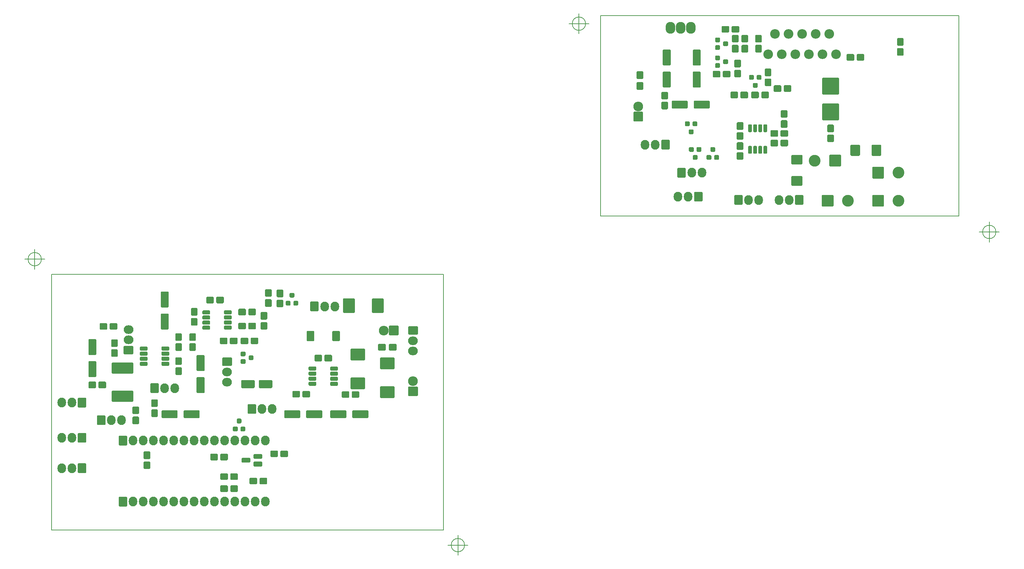
<source format=gbr>
%TF.GenerationSoftware,KiCad,Pcbnew,(5.1.9)-1*%
%TF.CreationDate,2021-04-11T15:54:41+02:00*%
%TF.ProjectId,bab_top,6261625f-746f-4702-9e6b-696361645f70,rev?*%
%TF.SameCoordinates,Original*%
%TF.FileFunction,Soldermask,Top*%
%TF.FilePolarity,Negative*%
%FSLAX46Y46*%
G04 Gerber Fmt 4.6, Leading zero omitted, Abs format (unit mm)*
G04 Created by KiCad (PCBNEW (5.1.9)-1) date 2021-04-11 15:54:41*
%MOMM*%
%LPD*%
G01*
G04 APERTURE LIST*
%TA.AperFunction,Profile*%
%ADD10C,0.150000*%
%TD*%
%ADD11O,2.432000X2.940000*%
%ADD12O,2.127200X2.432000*%
%ADD13C,2.940000*%
%ADD14O,2.432000X2.127200*%
%ADD15O,2.432000X2.432000*%
%ADD16O,2.400000X2.400000*%
G04 APERTURE END LIST*
D10*
X140866666Y-146200000D02*
G75*
G03*
X140866666Y-146200000I-1666666J0D01*
G01*
X136700000Y-146200000D02*
X141700000Y-146200000D01*
X139200000Y-143700000D02*
X139200000Y-148700000D01*
X35266666Y-74800000D02*
G75*
G03*
X35266666Y-74800000I-1666666J0D01*
G01*
X31100000Y-74800000D02*
X36100000Y-74800000D01*
X33600000Y-72300000D02*
X33600000Y-77300000D01*
X273466666Y-68000000D02*
G75*
G03*
X273466666Y-68000000I-1666666J0D01*
G01*
X269300000Y-68000000D02*
X274300000Y-68000000D01*
X271800000Y-65500000D02*
X271800000Y-70500000D01*
X171066666Y-16000000D02*
G75*
G03*
X171066666Y-16000000I-1666666J0D01*
G01*
X166900000Y-16000000D02*
X171900000Y-16000000D01*
X169400000Y-13500000D02*
X169400000Y-18500000D01*
X40200000Y-78600000D02*
X37800000Y-78600000D01*
X40200000Y-142400000D02*
X37800000Y-142400000D01*
X40200000Y-78600000D02*
X44400000Y-78600000D01*
X37800000Y-142400000D02*
X37800000Y-78600000D01*
X135600000Y-142400000D02*
X39800000Y-142400000D01*
X135600000Y-78600000D02*
X135600000Y-142400000D01*
X44000000Y-78600000D02*
X135600000Y-78600000D01*
X179800000Y-64000000D02*
X174800000Y-64000000D01*
X174800000Y-14000000D02*
X174800000Y-64000000D01*
X179800000Y-14000000D02*
X174800000Y-14000000D01*
X264200000Y-64000000D02*
X259200000Y-64000000D01*
X264200000Y-14000000D02*
X264200000Y-64000000D01*
X264200000Y-14000000D02*
X259200000Y-14000000D01*
X254200000Y-64000000D02*
X259200000Y-64000000D01*
X179800000Y-64000000D02*
X254200000Y-64000000D01*
X254200000Y-14000000D02*
X259200000Y-14000000D01*
X247200000Y-14000000D02*
X192000000Y-14000000D01*
X247200000Y-14000000D02*
X254200000Y-14000000D01*
X192000000Y-14000000D02*
X179800000Y-14000000D01*
D11*
%TO.C,U401*%
X194800000Y-17000000D03*
X192260000Y-17000000D03*
X197340000Y-17000000D03*
%TD*%
%TO.C,P103*%
G36*
G01*
X54736400Y-118884000D02*
X56463600Y-118884000D01*
G75*
G02*
X56663600Y-119084000I0J-200000D01*
G01*
X56663600Y-121116000D01*
G75*
G02*
X56463600Y-121316000I-200000J0D01*
G01*
X54736400Y-121316000D01*
G75*
G02*
X54536400Y-121116000I0J200000D01*
G01*
X54536400Y-119084000D01*
G75*
G02*
X54736400Y-118884000I200000J0D01*
G01*
G37*
D12*
X58140000Y-120100000D03*
X60680000Y-120100000D03*
X63220000Y-120100000D03*
X65760000Y-120100000D03*
X68300000Y-120100000D03*
X70840000Y-120100000D03*
X73380000Y-120100000D03*
X75920000Y-120100000D03*
X78460000Y-120100000D03*
X81000000Y-120100000D03*
X83540000Y-120100000D03*
X86080000Y-120100000D03*
X88620000Y-120100000D03*
X91160000Y-120100000D03*
G36*
G01*
X54736400Y-134124000D02*
X56463600Y-134124000D01*
G75*
G02*
X56663600Y-134324000I0J-200000D01*
G01*
X56663600Y-136356000D01*
G75*
G02*
X56463600Y-136556000I-200000J0D01*
G01*
X54736400Y-136556000D01*
G75*
G02*
X54536400Y-136356000I0J200000D01*
G01*
X54536400Y-134324000D01*
G75*
G02*
X54736400Y-134124000I200000J0D01*
G01*
G37*
X58140000Y-135340000D03*
X60680000Y-135340000D03*
X63220000Y-135340000D03*
X65760000Y-135340000D03*
X68300000Y-135340000D03*
X70840000Y-135340000D03*
X73380000Y-135340000D03*
X75920000Y-135340000D03*
X78460000Y-135340000D03*
X81000000Y-135340000D03*
X83540000Y-135340000D03*
X86080000Y-135340000D03*
X88620000Y-135340000D03*
X91160000Y-135340000D03*
%TD*%
%TO.C,D303*%
G36*
G01*
X112600000Y-104300000D02*
X115800000Y-104300000D01*
G75*
G02*
X116000000Y-104500000I0J-200000D01*
G01*
X116000000Y-107100000D01*
G75*
G02*
X115800000Y-107300000I-200000J0D01*
G01*
X112600000Y-107300000D01*
G75*
G02*
X112400000Y-107100000I0J200000D01*
G01*
X112400000Y-104500000D01*
G75*
G02*
X112600000Y-104300000I200000J0D01*
G01*
G37*
G36*
G01*
X112600000Y-97100000D02*
X115800000Y-97100000D01*
G75*
G02*
X116000000Y-97300000I0J-200000D01*
G01*
X116000000Y-99900000D01*
G75*
G02*
X115800000Y-100100000I-200000J0D01*
G01*
X112600000Y-100100000D01*
G75*
G02*
X112400000Y-99900000I0J200000D01*
G01*
X112400000Y-97300000D01*
G75*
G02*
X112600000Y-97100000I200000J0D01*
G01*
G37*
%TD*%
%TO.C,R410*%
G36*
G01*
X208375000Y-25000000D02*
X209625000Y-25000000D01*
G75*
G02*
X209825000Y-25200000I0J-200000D01*
G01*
X209825000Y-26700000D01*
G75*
G02*
X209625000Y-26900000I-200000J0D01*
G01*
X208375000Y-26900000D01*
G75*
G02*
X208175000Y-26700000I0J200000D01*
G01*
X208175000Y-25200000D01*
G75*
G02*
X208375000Y-25000000I200000J0D01*
G01*
G37*
G36*
G01*
X208375000Y-27500000D02*
X209625000Y-27500000D01*
G75*
G02*
X209825000Y-27700000I0J-200000D01*
G01*
X209825000Y-29200000D01*
G75*
G02*
X209625000Y-29400000I-200000J0D01*
G01*
X208375000Y-29400000D01*
G75*
G02*
X208175000Y-29200000I0J200000D01*
G01*
X208175000Y-27700000D01*
G75*
G02*
X208375000Y-27500000I200000J0D01*
G01*
G37*
%TD*%
%TO.C,R411*%
G36*
G01*
X212400000Y-34425000D02*
X212400000Y-33175000D01*
G75*
G02*
X212600000Y-32975000I200000J0D01*
G01*
X214100000Y-32975000D01*
G75*
G02*
X214300000Y-33175000I0J-200000D01*
G01*
X214300000Y-34425000D01*
G75*
G02*
X214100000Y-34625000I-200000J0D01*
G01*
X212600000Y-34625000D01*
G75*
G02*
X212400000Y-34425000I0J200000D01*
G01*
G37*
G36*
G01*
X214900000Y-34425000D02*
X214900000Y-33175000D01*
G75*
G02*
X215100000Y-32975000I200000J0D01*
G01*
X216600000Y-32975000D01*
G75*
G02*
X216800000Y-33175000I0J-200000D01*
G01*
X216800000Y-34425000D01*
G75*
G02*
X216600000Y-34625000I-200000J0D01*
G01*
X215100000Y-34625000D01*
G75*
G02*
X214900000Y-34425000I0J200000D01*
G01*
G37*
%TD*%
%TO.C,P101*%
G36*
G01*
X234810000Y-48930000D02*
X234810000Y-51470000D01*
G75*
G02*
X234610000Y-51670000I-200000J0D01*
G01*
X232070000Y-51670000D01*
G75*
G02*
X231870000Y-51470000I0J200000D01*
G01*
X231870000Y-48930000D01*
G75*
G02*
X232070000Y-48730000I200000J0D01*
G01*
X234610000Y-48730000D01*
G75*
G02*
X234810000Y-48930000I0J-200000D01*
G01*
G37*
D13*
X228260000Y-50200000D03*
%TD*%
%TO.C,C411*%
G36*
G01*
X232825000Y-45600000D02*
X231575000Y-45600000D01*
G75*
G02*
X231375000Y-45400000I0J200000D01*
G01*
X231375000Y-43900000D01*
G75*
G02*
X231575000Y-43700000I200000J0D01*
G01*
X232825000Y-43700000D01*
G75*
G02*
X233025000Y-43900000I0J-200000D01*
G01*
X233025000Y-45400000D01*
G75*
G02*
X232825000Y-45600000I-200000J0D01*
G01*
G37*
G36*
G01*
X232825000Y-43100000D02*
X231575000Y-43100000D01*
G75*
G02*
X231375000Y-42900000I0J200000D01*
G01*
X231375000Y-41400000D01*
G75*
G02*
X231575000Y-41200000I200000J0D01*
G01*
X232825000Y-41200000D01*
G75*
G02*
X233025000Y-41400000I0J-200000D01*
G01*
X233025000Y-42900000D01*
G75*
G02*
X232825000Y-43100000I-200000J0D01*
G01*
G37*
%TD*%
%TO.C,C101*%
G36*
G01*
X62225000Y-127200000D02*
X60975000Y-127200000D01*
G75*
G02*
X60775000Y-127000000I0J200000D01*
G01*
X60775000Y-125500000D01*
G75*
G02*
X60975000Y-125300000I200000J0D01*
G01*
X62225000Y-125300000D01*
G75*
G02*
X62425000Y-125500000I0J-200000D01*
G01*
X62425000Y-127000000D01*
G75*
G02*
X62225000Y-127200000I-200000J0D01*
G01*
G37*
G36*
G01*
X62225000Y-124700000D02*
X60975000Y-124700000D01*
G75*
G02*
X60775000Y-124500000I0J200000D01*
G01*
X60775000Y-123000000D01*
G75*
G02*
X60975000Y-122800000I200000J0D01*
G01*
X62225000Y-122800000D01*
G75*
G02*
X62425000Y-123000000I0J-200000D01*
G01*
X62425000Y-124500000D01*
G75*
G02*
X62225000Y-124700000I-200000J0D01*
G01*
G37*
%TD*%
%TO.C,C102*%
G36*
G01*
X84300000Y-131475000D02*
X84300000Y-132725000D01*
G75*
G02*
X84100000Y-132925000I-200000J0D01*
G01*
X82600000Y-132925000D01*
G75*
G02*
X82400000Y-132725000I0J200000D01*
G01*
X82400000Y-131475000D01*
G75*
G02*
X82600000Y-131275000I200000J0D01*
G01*
X84100000Y-131275000D01*
G75*
G02*
X84300000Y-131475000I0J-200000D01*
G01*
G37*
G36*
G01*
X81800000Y-131475000D02*
X81800000Y-132725000D01*
G75*
G02*
X81600000Y-132925000I-200000J0D01*
G01*
X80100000Y-132925000D01*
G75*
G02*
X79900000Y-132725000I0J200000D01*
G01*
X79900000Y-131475000D01*
G75*
G02*
X80100000Y-131275000I200000J0D01*
G01*
X81600000Y-131275000D01*
G75*
G02*
X81800000Y-131475000I0J-200000D01*
G01*
G37*
%TD*%
%TO.C,C201*%
G36*
G01*
X58000000Y-110400000D02*
X53000000Y-110400000D01*
G75*
G02*
X52800000Y-110200000I0J200000D01*
G01*
X52800000Y-107800000D01*
G75*
G02*
X53000000Y-107600000I200000J0D01*
G01*
X58000000Y-107600000D01*
G75*
G02*
X58200000Y-107800000I0J-200000D01*
G01*
X58200000Y-110200000D01*
G75*
G02*
X58000000Y-110400000I-200000J0D01*
G01*
G37*
G36*
G01*
X58000000Y-103400000D02*
X53000000Y-103400000D01*
G75*
G02*
X52800000Y-103200000I0J200000D01*
G01*
X52800000Y-100800000D01*
G75*
G02*
X53000000Y-100600000I200000J0D01*
G01*
X58000000Y-100600000D01*
G75*
G02*
X58200000Y-100800000I0J-200000D01*
G01*
X58200000Y-103200000D01*
G75*
G02*
X58000000Y-103400000I-200000J0D01*
G01*
G37*
%TD*%
%TO.C,C202*%
G36*
G01*
X54125000Y-99200000D02*
X52875000Y-99200000D01*
G75*
G02*
X52675000Y-99000000I0J200000D01*
G01*
X52675000Y-97500000D01*
G75*
G02*
X52875000Y-97300000I200000J0D01*
G01*
X54125000Y-97300000D01*
G75*
G02*
X54325000Y-97500000I0J-200000D01*
G01*
X54325000Y-99000000D01*
G75*
G02*
X54125000Y-99200000I-200000J0D01*
G01*
G37*
G36*
G01*
X54125000Y-96700000D02*
X52875000Y-96700000D01*
G75*
G02*
X52675000Y-96500000I0J200000D01*
G01*
X52675000Y-95000000D01*
G75*
G02*
X52875000Y-94800000I200000J0D01*
G01*
X54125000Y-94800000D01*
G75*
G02*
X54325000Y-95000000I0J-200000D01*
G01*
X54325000Y-96500000D01*
G75*
G02*
X54125000Y-96700000I-200000J0D01*
G01*
G37*
%TD*%
%TO.C,C203*%
G36*
G01*
X48800100Y-98748770D02*
X47199900Y-98748770D01*
G75*
G02*
X46999900Y-98548770I0J200000D01*
G01*
X46999900Y-94949590D01*
G75*
G02*
X47199900Y-94749590I200000J0D01*
G01*
X48800100Y-94749590D01*
G75*
G02*
X49000100Y-94949590I0J-200000D01*
G01*
X49000100Y-98548770D01*
G75*
G02*
X48800100Y-98748770I-200000J0D01*
G01*
G37*
G36*
G01*
X48800100Y-104250410D02*
X47199900Y-104250410D01*
G75*
G02*
X46999900Y-104050410I0J200000D01*
G01*
X46999900Y-100451230D01*
G75*
G02*
X47199900Y-100251230I200000J0D01*
G01*
X48800100Y-100251230D01*
G75*
G02*
X49000100Y-100451230I0J-200000D01*
G01*
X49000100Y-104050410D01*
G75*
G02*
X48800100Y-104250410I-200000J0D01*
G01*
G37*
%TD*%
%TO.C,C204*%
G36*
G01*
X69248770Y-112699900D02*
X69248770Y-114300100D01*
G75*
G02*
X69048770Y-114500100I-200000J0D01*
G01*
X65449590Y-114500100D01*
G75*
G02*
X65249590Y-114300100I0J200000D01*
G01*
X65249590Y-112699900D01*
G75*
G02*
X65449590Y-112499900I200000J0D01*
G01*
X69048770Y-112499900D01*
G75*
G02*
X69248770Y-112699900I0J-200000D01*
G01*
G37*
G36*
G01*
X74750410Y-112699900D02*
X74750410Y-114300100D01*
G75*
G02*
X74550410Y-114500100I-200000J0D01*
G01*
X70951230Y-114500100D01*
G75*
G02*
X70751230Y-114300100I0J200000D01*
G01*
X70751230Y-112699900D01*
G75*
G02*
X70951230Y-112499900I200000J0D01*
G01*
X74550410Y-112499900D01*
G75*
G02*
X74750410Y-112699900I0J-200000D01*
G01*
G37*
%TD*%
%TO.C,C205*%
G36*
G01*
X72375000Y-93300000D02*
X73625000Y-93300000D01*
G75*
G02*
X73825000Y-93500000I0J-200000D01*
G01*
X73825000Y-95000000D01*
G75*
G02*
X73625000Y-95200000I-200000J0D01*
G01*
X72375000Y-95200000D01*
G75*
G02*
X72175000Y-95000000I0J200000D01*
G01*
X72175000Y-93500000D01*
G75*
G02*
X72375000Y-93300000I200000J0D01*
G01*
G37*
G36*
G01*
X72375000Y-95800000D02*
X73625000Y-95800000D01*
G75*
G02*
X73825000Y-96000000I0J-200000D01*
G01*
X73825000Y-97500000D01*
G75*
G02*
X73625000Y-97700000I-200000J0D01*
G01*
X72375000Y-97700000D01*
G75*
G02*
X72175000Y-97500000I0J200000D01*
G01*
X72175000Y-96000000D01*
G75*
G02*
X72375000Y-95800000I200000J0D01*
G01*
G37*
%TD*%
%TO.C,C206*%
G36*
G01*
X75800100Y-102748770D02*
X74199900Y-102748770D01*
G75*
G02*
X73999900Y-102548770I0J200000D01*
G01*
X73999900Y-98949590D01*
G75*
G02*
X74199900Y-98749590I200000J0D01*
G01*
X75800100Y-98749590D01*
G75*
G02*
X76000100Y-98949590I0J-200000D01*
G01*
X76000100Y-102548770D01*
G75*
G02*
X75800100Y-102748770I-200000J0D01*
G01*
G37*
G36*
G01*
X75800100Y-108250410D02*
X74199900Y-108250410D01*
G75*
G02*
X73999900Y-108050410I0J200000D01*
G01*
X73999900Y-104451230D01*
G75*
G02*
X74199900Y-104251230I200000J0D01*
G01*
X75800100Y-104251230D01*
G75*
G02*
X76000100Y-104451230I0J-200000D01*
G01*
X76000100Y-108050410D01*
G75*
G02*
X75800100Y-108250410I-200000J0D01*
G01*
G37*
%TD*%
%TO.C,C207*%
G36*
G01*
X89499770Y-106800100D02*
X89499770Y-105199900D01*
G75*
G02*
X89699770Y-104999900I200000J0D01*
G01*
X92699510Y-104999900D01*
G75*
G02*
X92899510Y-105199900I0J-200000D01*
G01*
X92899510Y-106800100D01*
G75*
G02*
X92699510Y-107000100I-200000J0D01*
G01*
X89699770Y-107000100D01*
G75*
G02*
X89499770Y-106800100I0J200000D01*
G01*
G37*
G36*
G01*
X85100490Y-106800100D02*
X85100490Y-105199900D01*
G75*
G02*
X85300490Y-104999900I200000J0D01*
G01*
X88300230Y-104999900D01*
G75*
G02*
X88500230Y-105199900I0J-200000D01*
G01*
X88500230Y-106800100D01*
G75*
G02*
X88300230Y-107000100I-200000J0D01*
G01*
X85300490Y-107000100D01*
G75*
G02*
X85100490Y-106800100I0J200000D01*
G01*
G37*
%TD*%
%TO.C,C208*%
G36*
G01*
X95425000Y-86800000D02*
X94175000Y-86800000D01*
G75*
G02*
X93975000Y-86600000I0J200000D01*
G01*
X93975000Y-85100000D01*
G75*
G02*
X94175000Y-84900000I200000J0D01*
G01*
X95425000Y-84900000D01*
G75*
G02*
X95625000Y-85100000I0J-200000D01*
G01*
X95625000Y-86600000D01*
G75*
G02*
X95425000Y-86800000I-200000J0D01*
G01*
G37*
G36*
G01*
X95425000Y-84300000D02*
X94175000Y-84300000D01*
G75*
G02*
X93975000Y-84100000I0J200000D01*
G01*
X93975000Y-82600000D01*
G75*
G02*
X94175000Y-82400000I200000J0D01*
G01*
X95425000Y-82400000D01*
G75*
G02*
X95625000Y-82600000I0J-200000D01*
G01*
X95625000Y-84100000D01*
G75*
G02*
X95425000Y-84300000I-200000J0D01*
G01*
G37*
%TD*%
%TO.C,C303*%
G36*
G01*
X112851230Y-114300100D02*
X112851230Y-112699900D01*
G75*
G02*
X113051230Y-112499900I200000J0D01*
G01*
X116650410Y-112499900D01*
G75*
G02*
X116850410Y-112699900I0J-200000D01*
G01*
X116850410Y-114300100D01*
G75*
G02*
X116650410Y-114500100I-200000J0D01*
G01*
X113051230Y-114500100D01*
G75*
G02*
X112851230Y-114300100I0J200000D01*
G01*
G37*
G36*
G01*
X107349590Y-114300100D02*
X107349590Y-112699900D01*
G75*
G02*
X107549590Y-112499900I200000J0D01*
G01*
X111148770Y-112499900D01*
G75*
G02*
X111348770Y-112699900I0J-200000D01*
G01*
X111348770Y-114300100D01*
G75*
G02*
X111148770Y-114500100I-200000J0D01*
G01*
X107549590Y-114500100D01*
G75*
G02*
X107349590Y-114300100I0J200000D01*
G01*
G37*
%TD*%
%TO.C,C304*%
G36*
G01*
X114600000Y-107975000D02*
X114600000Y-109225000D01*
G75*
G02*
X114400000Y-109425000I-200000J0D01*
G01*
X112900000Y-109425000D01*
G75*
G02*
X112700000Y-109225000I0J200000D01*
G01*
X112700000Y-107975000D01*
G75*
G02*
X112900000Y-107775000I200000J0D01*
G01*
X114400000Y-107775000D01*
G75*
G02*
X114600000Y-107975000I0J-200000D01*
G01*
G37*
G36*
G01*
X112100000Y-107975000D02*
X112100000Y-109225000D01*
G75*
G02*
X111900000Y-109425000I-200000J0D01*
G01*
X110400000Y-109425000D01*
G75*
G02*
X110200000Y-109225000I0J200000D01*
G01*
X110200000Y-107975000D01*
G75*
G02*
X110400000Y-107775000I200000J0D01*
G01*
X111900000Y-107775000D01*
G75*
G02*
X112100000Y-107975000I0J-200000D01*
G01*
G37*
%TD*%
%TO.C,C305*%
G36*
G01*
X103400000Y-100125000D02*
X103400000Y-98875000D01*
G75*
G02*
X103600000Y-98675000I200000J0D01*
G01*
X105100000Y-98675000D01*
G75*
G02*
X105300000Y-98875000I0J-200000D01*
G01*
X105300000Y-100125000D01*
G75*
G02*
X105100000Y-100325000I-200000J0D01*
G01*
X103600000Y-100325000D01*
G75*
G02*
X103400000Y-100125000I0J200000D01*
G01*
G37*
G36*
G01*
X105900000Y-100125000D02*
X105900000Y-98875000D01*
G75*
G02*
X106100000Y-98675000I200000J0D01*
G01*
X107600000Y-98675000D01*
G75*
G02*
X107800000Y-98875000I0J-200000D01*
G01*
X107800000Y-100125000D01*
G75*
G02*
X107600000Y-100325000I-200000J0D01*
G01*
X106100000Y-100325000D01*
G75*
G02*
X105900000Y-100125000I0J200000D01*
G01*
G37*
%TD*%
%TO.C,C306*%
G36*
G01*
X99848770Y-112699900D02*
X99848770Y-114300100D01*
G75*
G02*
X99648770Y-114500100I-200000J0D01*
G01*
X96049590Y-114500100D01*
G75*
G02*
X95849590Y-114300100I0J200000D01*
G01*
X95849590Y-112699900D01*
G75*
G02*
X96049590Y-112499900I200000J0D01*
G01*
X99648770Y-112499900D01*
G75*
G02*
X99848770Y-112699900I0J-200000D01*
G01*
G37*
G36*
G01*
X105350410Y-112699900D02*
X105350410Y-114300100D01*
G75*
G02*
X105150410Y-114500100I-200000J0D01*
G01*
X101551230Y-114500100D01*
G75*
G02*
X101351230Y-114300100I0J200000D01*
G01*
X101351230Y-112699900D01*
G75*
G02*
X101551230Y-112499900I200000J0D01*
G01*
X105150410Y-112499900D01*
G75*
G02*
X105350410Y-112699900I0J-200000D01*
G01*
G37*
%TD*%
%TO.C,C307*%
G36*
G01*
X97900000Y-109125000D02*
X97900000Y-107875000D01*
G75*
G02*
X98100000Y-107675000I200000J0D01*
G01*
X99600000Y-107675000D01*
G75*
G02*
X99800000Y-107875000I0J-200000D01*
G01*
X99800000Y-109125000D01*
G75*
G02*
X99600000Y-109325000I-200000J0D01*
G01*
X98100000Y-109325000D01*
G75*
G02*
X97900000Y-109125000I0J200000D01*
G01*
G37*
G36*
G01*
X100400000Y-109125000D02*
X100400000Y-107875000D01*
G75*
G02*
X100600000Y-107675000I200000J0D01*
G01*
X102100000Y-107675000D01*
G75*
G02*
X102300000Y-107875000I0J-200000D01*
G01*
X102300000Y-109125000D01*
G75*
G02*
X102100000Y-109325000I-200000J0D01*
G01*
X100600000Y-109325000D01*
G75*
G02*
X100400000Y-109125000I0J200000D01*
G01*
G37*
%TD*%
%TO.C,C401*%
G36*
G01*
X199600100Y-26448770D02*
X197999900Y-26448770D01*
G75*
G02*
X197799900Y-26248770I0J200000D01*
G01*
X197799900Y-22649590D01*
G75*
G02*
X197999900Y-22449590I200000J0D01*
G01*
X199600100Y-22449590D01*
G75*
G02*
X199800100Y-22649590I0J-200000D01*
G01*
X199800100Y-26248770D01*
G75*
G02*
X199600100Y-26448770I-200000J0D01*
G01*
G37*
G36*
G01*
X199600100Y-31950410D02*
X197999900Y-31950410D01*
G75*
G02*
X197799900Y-31750410I0J200000D01*
G01*
X197799900Y-28151230D01*
G75*
G02*
X197999900Y-27951230I200000J0D01*
G01*
X199600100Y-27951230D01*
G75*
G02*
X199800100Y-28151230I0J-200000D01*
G01*
X199800100Y-31750410D01*
G75*
G02*
X199600100Y-31950410I-200000J0D01*
G01*
G37*
%TD*%
%TO.C,C402*%
G36*
G01*
X221600000Y-42775000D02*
X221600000Y-44025000D01*
G75*
G02*
X221400000Y-44225000I-200000J0D01*
G01*
X219900000Y-44225000D01*
G75*
G02*
X219700000Y-44025000I0J200000D01*
G01*
X219700000Y-42775000D01*
G75*
G02*
X219900000Y-42575000I200000J0D01*
G01*
X221400000Y-42575000D01*
G75*
G02*
X221600000Y-42775000I0J-200000D01*
G01*
G37*
G36*
G01*
X219100000Y-42775000D02*
X219100000Y-44025000D01*
G75*
G02*
X218900000Y-44225000I-200000J0D01*
G01*
X217400000Y-44225000D01*
G75*
G02*
X217200000Y-44025000I0J200000D01*
G01*
X217200000Y-42775000D01*
G75*
G02*
X217400000Y-42575000I200000J0D01*
G01*
X218900000Y-42575000D01*
G75*
G02*
X219100000Y-42775000I0J-200000D01*
G01*
G37*
%TD*%
%TO.C,C403*%
G36*
G01*
X221600000Y-45175000D02*
X221600000Y-46425000D01*
G75*
G02*
X221400000Y-46625000I-200000J0D01*
G01*
X219900000Y-46625000D01*
G75*
G02*
X219700000Y-46425000I0J200000D01*
G01*
X219700000Y-45175000D01*
G75*
G02*
X219900000Y-44975000I200000J0D01*
G01*
X221400000Y-44975000D01*
G75*
G02*
X221600000Y-45175000I0J-200000D01*
G01*
G37*
G36*
G01*
X219100000Y-45175000D02*
X219100000Y-46425000D01*
G75*
G02*
X218900000Y-46625000I-200000J0D01*
G01*
X217400000Y-46625000D01*
G75*
G02*
X217200000Y-46425000I0J200000D01*
G01*
X217200000Y-45175000D01*
G75*
G02*
X217400000Y-44975000I200000J0D01*
G01*
X218900000Y-44975000D01*
G75*
G02*
X219100000Y-45175000I0J-200000D01*
G01*
G37*
%TD*%
%TO.C,C404*%
G36*
G01*
X192100100Y-26448770D02*
X190499900Y-26448770D01*
G75*
G02*
X190299900Y-26248770I0J200000D01*
G01*
X190299900Y-22649590D01*
G75*
G02*
X190499900Y-22449590I200000J0D01*
G01*
X192100100Y-22449590D01*
G75*
G02*
X192300100Y-22649590I0J-200000D01*
G01*
X192300100Y-26248770D01*
G75*
G02*
X192100100Y-26448770I-200000J0D01*
G01*
G37*
G36*
G01*
X192100100Y-31950410D02*
X190499900Y-31950410D01*
G75*
G02*
X190299900Y-31750410I0J200000D01*
G01*
X190299900Y-28151230D01*
G75*
G02*
X190499900Y-27951230I200000J0D01*
G01*
X192100100Y-27951230D01*
G75*
G02*
X192300100Y-28151230I0J-200000D01*
G01*
X192300100Y-31750410D01*
G75*
G02*
X192100100Y-31950410I-200000J0D01*
G01*
G37*
%TD*%
%TO.C,C405*%
G36*
G01*
X196548770Y-35399900D02*
X196548770Y-37000100D01*
G75*
G02*
X196348770Y-37200100I-200000J0D01*
G01*
X192749590Y-37200100D01*
G75*
G02*
X192549590Y-37000100I0J200000D01*
G01*
X192549590Y-35399900D01*
G75*
G02*
X192749590Y-35199900I200000J0D01*
G01*
X196348770Y-35199900D01*
G75*
G02*
X196548770Y-35399900I0J-200000D01*
G01*
G37*
G36*
G01*
X202050410Y-35399900D02*
X202050410Y-37000100D01*
G75*
G02*
X201850410Y-37200100I-200000J0D01*
G01*
X198251230Y-37200100D01*
G75*
G02*
X198051230Y-37000100I0J200000D01*
G01*
X198051230Y-35399900D01*
G75*
G02*
X198251230Y-35199900I200000J0D01*
G01*
X201850410Y-35199900D01*
G75*
G02*
X202050410Y-35399900I0J-200000D01*
G01*
G37*
%TD*%
%TO.C,C406*%
G36*
G01*
X214825000Y-23200000D02*
X213575000Y-23200000D01*
G75*
G02*
X213375000Y-23000000I0J200000D01*
G01*
X213375000Y-21500000D01*
G75*
G02*
X213575000Y-21300000I200000J0D01*
G01*
X214825000Y-21300000D01*
G75*
G02*
X215025000Y-21500000I0J-200000D01*
G01*
X215025000Y-23000000D01*
G75*
G02*
X214825000Y-23200000I-200000J0D01*
G01*
G37*
G36*
G01*
X214825000Y-20700000D02*
X213575000Y-20700000D01*
G75*
G02*
X213375000Y-20500000I0J200000D01*
G01*
X213375000Y-19000000D01*
G75*
G02*
X213575000Y-18800000I200000J0D01*
G01*
X214825000Y-18800000D01*
G75*
G02*
X215025000Y-19000000I0J-200000D01*
G01*
X215025000Y-20500000D01*
G75*
G02*
X214825000Y-20700000I-200000J0D01*
G01*
G37*
%TD*%
%TO.C,C408*%
G36*
G01*
X250225000Y-24000000D02*
X248975000Y-24000000D01*
G75*
G02*
X248775000Y-23800000I0J200000D01*
G01*
X248775000Y-22300000D01*
G75*
G02*
X248975000Y-22100000I200000J0D01*
G01*
X250225000Y-22100000D01*
G75*
G02*
X250425000Y-22300000I0J-200000D01*
G01*
X250425000Y-23800000D01*
G75*
G02*
X250225000Y-24000000I-200000J0D01*
G01*
G37*
G36*
G01*
X250225000Y-21500000D02*
X248975000Y-21500000D01*
G75*
G02*
X248775000Y-21300000I0J200000D01*
G01*
X248775000Y-19800000D01*
G75*
G02*
X248975000Y-19600000I200000J0D01*
G01*
X250225000Y-19600000D01*
G75*
G02*
X250425000Y-19800000I0J-200000D01*
G01*
X250425000Y-21300000D01*
G75*
G02*
X250225000Y-21500000I-200000J0D01*
G01*
G37*
%TD*%
%TO.C,C410*%
G36*
G01*
X240600000Y-23775000D02*
X240600000Y-25025000D01*
G75*
G02*
X240400000Y-25225000I-200000J0D01*
G01*
X238900000Y-25225000D01*
G75*
G02*
X238700000Y-25025000I0J200000D01*
G01*
X238700000Y-23775000D01*
G75*
G02*
X238900000Y-23575000I200000J0D01*
G01*
X240400000Y-23575000D01*
G75*
G02*
X240600000Y-23775000I0J-200000D01*
G01*
G37*
G36*
G01*
X238100000Y-23775000D02*
X238100000Y-25025000D01*
G75*
G02*
X237900000Y-25225000I-200000J0D01*
G01*
X236400000Y-25225000D01*
G75*
G02*
X236200000Y-25025000I0J200000D01*
G01*
X236200000Y-23775000D01*
G75*
G02*
X236400000Y-23575000I200000J0D01*
G01*
X237900000Y-23575000D01*
G75*
G02*
X238100000Y-23775000I0J-200000D01*
G01*
G37*
%TD*%
%TO.C,D301*%
G36*
G01*
X123200000Y-102300000D02*
X120000000Y-102300000D01*
G75*
G02*
X119800000Y-102100000I0J200000D01*
G01*
X119800000Y-99500000D01*
G75*
G02*
X120000000Y-99300000I200000J0D01*
G01*
X123200000Y-99300000D01*
G75*
G02*
X123400000Y-99500000I0J-200000D01*
G01*
X123400000Y-102100000D01*
G75*
G02*
X123200000Y-102300000I-200000J0D01*
G01*
G37*
G36*
G01*
X123200000Y-109500000D02*
X120000000Y-109500000D01*
G75*
G02*
X119800000Y-109300000I0J200000D01*
G01*
X119800000Y-106700000D01*
G75*
G02*
X120000000Y-106500000I200000J0D01*
G01*
X123200000Y-106500000D01*
G75*
G02*
X123400000Y-106700000I0J-200000D01*
G01*
X123400000Y-109300000D01*
G75*
G02*
X123200000Y-109500000I-200000J0D01*
G01*
G37*
%TD*%
%TO.C,D302*%
G36*
G01*
X117700000Y-88000000D02*
X117700000Y-84800000D01*
G75*
G02*
X117900000Y-84600000I200000J0D01*
G01*
X120500000Y-84600000D01*
G75*
G02*
X120700000Y-84800000I0J-200000D01*
G01*
X120700000Y-88000000D01*
G75*
G02*
X120500000Y-88200000I-200000J0D01*
G01*
X117900000Y-88200000D01*
G75*
G02*
X117700000Y-88000000I0J200000D01*
G01*
G37*
G36*
G01*
X110500000Y-88000000D02*
X110500000Y-84800000D01*
G75*
G02*
X110700000Y-84600000I200000J0D01*
G01*
X113300000Y-84600000D01*
G75*
G02*
X113500000Y-84800000I0J-200000D01*
G01*
X113500000Y-88000000D01*
G75*
G02*
X113300000Y-88200000I-200000J0D01*
G01*
X110700000Y-88200000D01*
G75*
G02*
X110500000Y-88000000I0J200000D01*
G01*
G37*
%TD*%
%TO.C,L301*%
G36*
G01*
X109750000Y-92900000D02*
X109750000Y-95100000D01*
G75*
G02*
X109550000Y-95300000I-200000J0D01*
G01*
X108050000Y-95300000D01*
G75*
G02*
X107850000Y-95100000I0J200000D01*
G01*
X107850000Y-92900000D01*
G75*
G02*
X108050000Y-92700000I200000J0D01*
G01*
X109550000Y-92700000D01*
G75*
G02*
X109750000Y-92900000I0J-200000D01*
G01*
G37*
G36*
G01*
X103350000Y-92900000D02*
X103350000Y-95100000D01*
G75*
G02*
X103150000Y-95300000I-200000J0D01*
G01*
X101650000Y-95300000D01*
G75*
G02*
X101450000Y-95100000I0J200000D01*
G01*
X101450000Y-92900000D01*
G75*
G02*
X101650000Y-92700000I200000J0D01*
G01*
X103150000Y-92700000D01*
G75*
G02*
X103350000Y-92900000I0J-200000D01*
G01*
G37*
%TD*%
%TO.C,Q401*%
G36*
G01*
X203599189Y-19449950D02*
X204399291Y-19449950D01*
G75*
G02*
X204599290Y-19649949I0J-199999D01*
G01*
X204599290Y-20450051D01*
G75*
G02*
X204399291Y-20650050I-199999J0D01*
G01*
X203599189Y-20650050D01*
G75*
G02*
X203399190Y-20450051I0J199999D01*
G01*
X203399190Y-19649949D01*
G75*
G02*
X203599189Y-19449950I199999J0D01*
G01*
G37*
G36*
G01*
X203599189Y-21349950D02*
X204399291Y-21349950D01*
G75*
G02*
X204599290Y-21549949I0J-199999D01*
G01*
X204599290Y-22350051D01*
G75*
G02*
X204399291Y-22550050I-199999J0D01*
G01*
X203599189Y-22550050D01*
G75*
G02*
X203399190Y-22350051I0J199999D01*
G01*
X203399190Y-21549949D01*
G75*
G02*
X203599189Y-21349950I199999J0D01*
G01*
G37*
G36*
G01*
X205598169Y-20399950D02*
X206398271Y-20399950D01*
G75*
G02*
X206598270Y-20599949I0J-199999D01*
G01*
X206598270Y-21400051D01*
G75*
G02*
X206398271Y-21600050I-199999J0D01*
G01*
X205598169Y-21600050D01*
G75*
G02*
X205398170Y-21400051I0J199999D01*
G01*
X205398170Y-20599949D01*
G75*
G02*
X205598169Y-20399950I199999J0D01*
G01*
G37*
%TD*%
%TO.C,Q402*%
G36*
G01*
X203599189Y-23949950D02*
X204399291Y-23949950D01*
G75*
G02*
X204599290Y-24149949I0J-199999D01*
G01*
X204599290Y-24950051D01*
G75*
G02*
X204399291Y-25150050I-199999J0D01*
G01*
X203599189Y-25150050D01*
G75*
G02*
X203399190Y-24950051I0J199999D01*
G01*
X203399190Y-24149949D01*
G75*
G02*
X203599189Y-23949950I199999J0D01*
G01*
G37*
G36*
G01*
X203599189Y-25849950D02*
X204399291Y-25849950D01*
G75*
G02*
X204599290Y-26049949I0J-199999D01*
G01*
X204599290Y-26850051D01*
G75*
G02*
X204399291Y-27050050I-199999J0D01*
G01*
X203599189Y-27050050D01*
G75*
G02*
X203399190Y-26850051I0J199999D01*
G01*
X203399190Y-26049949D01*
G75*
G02*
X203599189Y-25849950I199999J0D01*
G01*
G37*
G36*
G01*
X205598169Y-24899950D02*
X206398271Y-24899950D01*
G75*
G02*
X206598270Y-25099949I0J-199999D01*
G01*
X206598270Y-25900051D01*
G75*
G02*
X206398271Y-26100050I-199999J0D01*
G01*
X205598169Y-26100050D01*
G75*
G02*
X205398170Y-25900051I0J199999D01*
G01*
X205398170Y-25099949D01*
G75*
G02*
X205598169Y-24899950I199999J0D01*
G01*
G37*
%TD*%
%TO.C,R103*%
G36*
G01*
X91600000Y-129575000D02*
X91600000Y-130825000D01*
G75*
G02*
X91400000Y-131025000I-200000J0D01*
G01*
X89900000Y-131025000D01*
G75*
G02*
X89700000Y-130825000I0J200000D01*
G01*
X89700000Y-129575000D01*
G75*
G02*
X89900000Y-129375000I200000J0D01*
G01*
X91400000Y-129375000D01*
G75*
G02*
X91600000Y-129575000I0J-200000D01*
G01*
G37*
G36*
G01*
X89100000Y-129575000D02*
X89100000Y-130825000D01*
G75*
G02*
X88900000Y-131025000I-200000J0D01*
G01*
X87400000Y-131025000D01*
G75*
G02*
X87200000Y-130825000I0J200000D01*
G01*
X87200000Y-129575000D01*
G75*
G02*
X87400000Y-129375000I200000J0D01*
G01*
X88900000Y-129375000D01*
G75*
G02*
X89100000Y-129575000I0J-200000D01*
G01*
G37*
%TD*%
%TO.C,R104*%
G36*
G01*
X84300000Y-128475000D02*
X84300000Y-129725000D01*
G75*
G02*
X84100000Y-129925000I-200000J0D01*
G01*
X82600000Y-129925000D01*
G75*
G02*
X82400000Y-129725000I0J200000D01*
G01*
X82400000Y-128475000D01*
G75*
G02*
X82600000Y-128275000I200000J0D01*
G01*
X84100000Y-128275000D01*
G75*
G02*
X84300000Y-128475000I0J-200000D01*
G01*
G37*
G36*
G01*
X81800000Y-128475000D02*
X81800000Y-129725000D01*
G75*
G02*
X81600000Y-129925000I-200000J0D01*
G01*
X80100000Y-129925000D01*
G75*
G02*
X79900000Y-129725000I0J200000D01*
G01*
X79900000Y-128475000D01*
G75*
G02*
X80100000Y-128275000I200000J0D01*
G01*
X81600000Y-128275000D01*
G75*
G02*
X81800000Y-128475000I0J-200000D01*
G01*
G37*
%TD*%
%TO.C,R105*%
G36*
G01*
X96800000Y-122775000D02*
X96800000Y-124025000D01*
G75*
G02*
X96600000Y-124225000I-200000J0D01*
G01*
X95100000Y-124225000D01*
G75*
G02*
X94900000Y-124025000I0J200000D01*
G01*
X94900000Y-122775000D01*
G75*
G02*
X95100000Y-122575000I200000J0D01*
G01*
X96600000Y-122575000D01*
G75*
G02*
X96800000Y-122775000I0J-200000D01*
G01*
G37*
G36*
G01*
X94300000Y-122775000D02*
X94300000Y-124025000D01*
G75*
G02*
X94100000Y-124225000I-200000J0D01*
G01*
X92600000Y-124225000D01*
G75*
G02*
X92400000Y-124025000I0J200000D01*
G01*
X92400000Y-122775000D01*
G75*
G02*
X92600000Y-122575000I200000J0D01*
G01*
X94100000Y-122575000D01*
G75*
G02*
X94300000Y-122775000I0J-200000D01*
G01*
G37*
%TD*%
%TO.C,R106*%
G36*
G01*
X77400000Y-124825000D02*
X77400000Y-123575000D01*
G75*
G02*
X77600000Y-123375000I200000J0D01*
G01*
X79100000Y-123375000D01*
G75*
G02*
X79300000Y-123575000I0J-200000D01*
G01*
X79300000Y-124825000D01*
G75*
G02*
X79100000Y-125025000I-200000J0D01*
G01*
X77600000Y-125025000D01*
G75*
G02*
X77400000Y-124825000I0J200000D01*
G01*
G37*
G36*
G01*
X79900000Y-124825000D02*
X79900000Y-123575000D01*
G75*
G02*
X80100000Y-123375000I200000J0D01*
G01*
X81600000Y-123375000D01*
G75*
G02*
X81800000Y-123575000I0J-200000D01*
G01*
X81800000Y-124825000D01*
G75*
G02*
X81600000Y-125025000I-200000J0D01*
G01*
X80100000Y-125025000D01*
G75*
G02*
X79900000Y-124825000I0J200000D01*
G01*
G37*
%TD*%
%TO.C,R201*%
G36*
G01*
X59425000Y-116000000D02*
X58175000Y-116000000D01*
G75*
G02*
X57975000Y-115800000I0J200000D01*
G01*
X57975000Y-114300000D01*
G75*
G02*
X58175000Y-114100000I200000J0D01*
G01*
X59425000Y-114100000D01*
G75*
G02*
X59625000Y-114300000I0J-200000D01*
G01*
X59625000Y-115800000D01*
G75*
G02*
X59425000Y-116000000I-200000J0D01*
G01*
G37*
G36*
G01*
X59425000Y-113500000D02*
X58175000Y-113500000D01*
G75*
G02*
X57975000Y-113300000I0J200000D01*
G01*
X57975000Y-111800000D01*
G75*
G02*
X58175000Y-111600000I200000J0D01*
G01*
X59425000Y-111600000D01*
G75*
G02*
X59625000Y-111800000I0J-200000D01*
G01*
X59625000Y-113300000D01*
G75*
G02*
X59425000Y-113500000I-200000J0D01*
G01*
G37*
%TD*%
%TO.C,R202*%
G36*
G01*
X47000000Y-106825000D02*
X47000000Y-105575000D01*
G75*
G02*
X47200000Y-105375000I200000J0D01*
G01*
X48700000Y-105375000D01*
G75*
G02*
X48900000Y-105575000I0J-200000D01*
G01*
X48900000Y-106825000D01*
G75*
G02*
X48700000Y-107025000I-200000J0D01*
G01*
X47200000Y-107025000D01*
G75*
G02*
X47000000Y-106825000I0J200000D01*
G01*
G37*
G36*
G01*
X49500000Y-106825000D02*
X49500000Y-105575000D01*
G75*
G02*
X49700000Y-105375000I200000J0D01*
G01*
X51200000Y-105375000D01*
G75*
G02*
X51400000Y-105575000I0J-200000D01*
G01*
X51400000Y-106825000D01*
G75*
G02*
X51200000Y-107025000I-200000J0D01*
G01*
X49700000Y-107025000D01*
G75*
G02*
X49500000Y-106825000I0J200000D01*
G01*
G37*
%TD*%
%TO.C,R203*%
G36*
G01*
X80800000Y-84375000D02*
X80800000Y-85625000D01*
G75*
G02*
X80600000Y-85825000I-200000J0D01*
G01*
X79100000Y-85825000D01*
G75*
G02*
X78900000Y-85625000I0J200000D01*
G01*
X78900000Y-84375000D01*
G75*
G02*
X79100000Y-84175000I200000J0D01*
G01*
X80600000Y-84175000D01*
G75*
G02*
X80800000Y-84375000I0J-200000D01*
G01*
G37*
G36*
G01*
X78300000Y-84375000D02*
X78300000Y-85625000D01*
G75*
G02*
X78100000Y-85825000I-200000J0D01*
G01*
X76600000Y-85825000D01*
G75*
G02*
X76400000Y-85625000I0J200000D01*
G01*
X76400000Y-84375000D01*
G75*
G02*
X76600000Y-84175000I200000J0D01*
G01*
X78100000Y-84175000D01*
G75*
G02*
X78300000Y-84375000I0J-200000D01*
G01*
G37*
%TD*%
%TO.C,R204*%
G36*
G01*
X74025000Y-91400000D02*
X72775000Y-91400000D01*
G75*
G02*
X72575000Y-91200000I0J200000D01*
G01*
X72575000Y-89700000D01*
G75*
G02*
X72775000Y-89500000I200000J0D01*
G01*
X74025000Y-89500000D01*
G75*
G02*
X74225000Y-89700000I0J-200000D01*
G01*
X74225000Y-91200000D01*
G75*
G02*
X74025000Y-91400000I-200000J0D01*
G01*
G37*
G36*
G01*
X74025000Y-88900000D02*
X72775000Y-88900000D01*
G75*
G02*
X72575000Y-88700000I0J200000D01*
G01*
X72575000Y-87200000D01*
G75*
G02*
X72775000Y-87000000I200000J0D01*
G01*
X74025000Y-87000000D01*
G75*
G02*
X74225000Y-87200000I0J-200000D01*
G01*
X74225000Y-88700000D01*
G75*
G02*
X74025000Y-88900000I-200000J0D01*
G01*
G37*
%TD*%
%TO.C,R205*%
G36*
G01*
X54200000Y-90975000D02*
X54200000Y-92225000D01*
G75*
G02*
X54000000Y-92425000I-200000J0D01*
G01*
X52500000Y-92425000D01*
G75*
G02*
X52300000Y-92225000I0J200000D01*
G01*
X52300000Y-90975000D01*
G75*
G02*
X52500000Y-90775000I200000J0D01*
G01*
X54000000Y-90775000D01*
G75*
G02*
X54200000Y-90975000I0J-200000D01*
G01*
G37*
G36*
G01*
X51700000Y-90975000D02*
X51700000Y-92225000D01*
G75*
G02*
X51500000Y-92425000I-200000J0D01*
G01*
X50000000Y-92425000D01*
G75*
G02*
X49800000Y-92225000I0J200000D01*
G01*
X49800000Y-90975000D01*
G75*
G02*
X50000000Y-90775000I200000J0D01*
G01*
X51500000Y-90775000D01*
G75*
G02*
X51700000Y-90975000I0J-200000D01*
G01*
G37*
%TD*%
%TO.C,R206*%
G36*
G01*
X64125000Y-114200000D02*
X62875000Y-114200000D01*
G75*
G02*
X62675000Y-114000000I0J200000D01*
G01*
X62675000Y-112500000D01*
G75*
G02*
X62875000Y-112300000I200000J0D01*
G01*
X64125000Y-112300000D01*
G75*
G02*
X64325000Y-112500000I0J-200000D01*
G01*
X64325000Y-114000000D01*
G75*
G02*
X64125000Y-114200000I-200000J0D01*
G01*
G37*
G36*
G01*
X64125000Y-111700000D02*
X62875000Y-111700000D01*
G75*
G02*
X62675000Y-111500000I0J200000D01*
G01*
X62675000Y-110000000D01*
G75*
G02*
X62875000Y-109800000I200000J0D01*
G01*
X64125000Y-109800000D01*
G75*
G02*
X64325000Y-110000000I0J-200000D01*
G01*
X64325000Y-111500000D01*
G75*
G02*
X64125000Y-111700000I-200000J0D01*
G01*
G37*
%TD*%
%TO.C,R207*%
G36*
G01*
X68875000Y-93300000D02*
X70125000Y-93300000D01*
G75*
G02*
X70325000Y-93500000I0J-200000D01*
G01*
X70325000Y-95000000D01*
G75*
G02*
X70125000Y-95200000I-200000J0D01*
G01*
X68875000Y-95200000D01*
G75*
G02*
X68675000Y-95000000I0J200000D01*
G01*
X68675000Y-93500000D01*
G75*
G02*
X68875000Y-93300000I200000J0D01*
G01*
G37*
G36*
G01*
X68875000Y-95800000D02*
X70125000Y-95800000D01*
G75*
G02*
X70325000Y-96000000I0J-200000D01*
G01*
X70325000Y-97500000D01*
G75*
G02*
X70125000Y-97700000I-200000J0D01*
G01*
X68875000Y-97700000D01*
G75*
G02*
X68675000Y-97500000I0J200000D01*
G01*
X68675000Y-96000000D01*
G75*
G02*
X68875000Y-95800000I200000J0D01*
G01*
G37*
%TD*%
%TO.C,R208*%
G36*
G01*
X68875000Y-99300000D02*
X70125000Y-99300000D01*
G75*
G02*
X70325000Y-99500000I0J-200000D01*
G01*
X70325000Y-101000000D01*
G75*
G02*
X70125000Y-101200000I-200000J0D01*
G01*
X68875000Y-101200000D01*
G75*
G02*
X68675000Y-101000000I0J200000D01*
G01*
X68675000Y-99500000D01*
G75*
G02*
X68875000Y-99300000I200000J0D01*
G01*
G37*
G36*
G01*
X68875000Y-101800000D02*
X70125000Y-101800000D01*
G75*
G02*
X70325000Y-102000000I0J-200000D01*
G01*
X70325000Y-103500000D01*
G75*
G02*
X70125000Y-103700000I-200000J0D01*
G01*
X68875000Y-103700000D01*
G75*
G02*
X68675000Y-103500000I0J200000D01*
G01*
X68675000Y-102000000D01*
G75*
G02*
X68875000Y-101800000I200000J0D01*
G01*
G37*
%TD*%
%TO.C,R209*%
G36*
G01*
X79800000Y-95825000D02*
X79800000Y-94575000D01*
G75*
G02*
X80000000Y-94375000I200000J0D01*
G01*
X81500000Y-94375000D01*
G75*
G02*
X81700000Y-94575000I0J-200000D01*
G01*
X81700000Y-95825000D01*
G75*
G02*
X81500000Y-96025000I-200000J0D01*
G01*
X80000000Y-96025000D01*
G75*
G02*
X79800000Y-95825000I0J200000D01*
G01*
G37*
G36*
G01*
X82300000Y-95825000D02*
X82300000Y-94575000D01*
G75*
G02*
X82500000Y-94375000I200000J0D01*
G01*
X84000000Y-94375000D01*
G75*
G02*
X84200000Y-94575000I0J-200000D01*
G01*
X84200000Y-95825000D01*
G75*
G02*
X84000000Y-96025000I-200000J0D01*
G01*
X82500000Y-96025000D01*
G75*
G02*
X82300000Y-95825000I0J200000D01*
G01*
G37*
%TD*%
%TO.C,R210*%
G36*
G01*
X85000000Y-95825000D02*
X85000000Y-94575000D01*
G75*
G02*
X85200000Y-94375000I200000J0D01*
G01*
X86700000Y-94375000D01*
G75*
G02*
X86900000Y-94575000I0J-200000D01*
G01*
X86900000Y-95825000D01*
G75*
G02*
X86700000Y-96025000I-200000J0D01*
G01*
X85200000Y-96025000D01*
G75*
G02*
X85000000Y-95825000I0J200000D01*
G01*
G37*
G36*
G01*
X87500000Y-95825000D02*
X87500000Y-94575000D01*
G75*
G02*
X87700000Y-94375000I200000J0D01*
G01*
X89200000Y-94375000D01*
G75*
G02*
X89400000Y-94575000I0J-200000D01*
G01*
X89400000Y-95825000D01*
G75*
G02*
X89200000Y-96025000I-200000J0D01*
G01*
X87700000Y-96025000D01*
G75*
G02*
X87500000Y-95825000I0J200000D01*
G01*
G37*
%TD*%
%TO.C,R211*%
G36*
G01*
X90175000Y-88000000D02*
X91425000Y-88000000D01*
G75*
G02*
X91625000Y-88200000I0J-200000D01*
G01*
X91625000Y-89700000D01*
G75*
G02*
X91425000Y-89900000I-200000J0D01*
G01*
X90175000Y-89900000D01*
G75*
G02*
X89975000Y-89700000I0J200000D01*
G01*
X89975000Y-88200000D01*
G75*
G02*
X90175000Y-88000000I200000J0D01*
G01*
G37*
G36*
G01*
X90175000Y-90500000D02*
X91425000Y-90500000D01*
G75*
G02*
X91625000Y-90700000I0J-200000D01*
G01*
X91625000Y-92200000D01*
G75*
G02*
X91425000Y-92400000I-200000J0D01*
G01*
X90175000Y-92400000D01*
G75*
G02*
X89975000Y-92200000I0J200000D01*
G01*
X89975000Y-90700000D01*
G75*
G02*
X90175000Y-90500000I200000J0D01*
G01*
G37*
%TD*%
%TO.C,R212*%
G36*
G01*
X84400000Y-92125000D02*
X84400000Y-90875000D01*
G75*
G02*
X84600000Y-90675000I200000J0D01*
G01*
X86100000Y-90675000D01*
G75*
G02*
X86300000Y-90875000I0J-200000D01*
G01*
X86300000Y-92125000D01*
G75*
G02*
X86100000Y-92325000I-200000J0D01*
G01*
X84600000Y-92325000D01*
G75*
G02*
X84400000Y-92125000I0J200000D01*
G01*
G37*
G36*
G01*
X86900000Y-92125000D02*
X86900000Y-90875000D01*
G75*
G02*
X87100000Y-90675000I200000J0D01*
G01*
X88600000Y-90675000D01*
G75*
G02*
X88800000Y-90875000I0J-200000D01*
G01*
X88800000Y-92125000D01*
G75*
G02*
X88600000Y-92325000I-200000J0D01*
G01*
X87100000Y-92325000D01*
G75*
G02*
X86900000Y-92125000I0J200000D01*
G01*
G37*
%TD*%
%TO.C,R213*%
G36*
G01*
X88800000Y-87375000D02*
X88800000Y-88625000D01*
G75*
G02*
X88600000Y-88825000I-200000J0D01*
G01*
X87100000Y-88825000D01*
G75*
G02*
X86900000Y-88625000I0J200000D01*
G01*
X86900000Y-87375000D01*
G75*
G02*
X87100000Y-87175000I200000J0D01*
G01*
X88600000Y-87175000D01*
G75*
G02*
X88800000Y-87375000I0J-200000D01*
G01*
G37*
G36*
G01*
X86300000Y-87375000D02*
X86300000Y-88625000D01*
G75*
G02*
X86100000Y-88825000I-200000J0D01*
G01*
X84600000Y-88825000D01*
G75*
G02*
X84400000Y-88625000I0J200000D01*
G01*
X84400000Y-87375000D01*
G75*
G02*
X84600000Y-87175000I200000J0D01*
G01*
X86100000Y-87175000D01*
G75*
G02*
X86300000Y-87375000I0J-200000D01*
G01*
G37*
%TD*%
%TO.C,R214*%
G36*
G01*
X92525000Y-86700000D02*
X91275000Y-86700000D01*
G75*
G02*
X91075000Y-86500000I0J200000D01*
G01*
X91075000Y-85000000D01*
G75*
G02*
X91275000Y-84800000I200000J0D01*
G01*
X92525000Y-84800000D01*
G75*
G02*
X92725000Y-85000000I0J-200000D01*
G01*
X92725000Y-86500000D01*
G75*
G02*
X92525000Y-86700000I-200000J0D01*
G01*
G37*
G36*
G01*
X92525000Y-84200000D02*
X91275000Y-84200000D01*
G75*
G02*
X91075000Y-84000000I0J200000D01*
G01*
X91075000Y-82500000D01*
G75*
G02*
X91275000Y-82300000I200000J0D01*
G01*
X92525000Y-82300000D01*
G75*
G02*
X92725000Y-82500000I0J-200000D01*
G01*
X92725000Y-84000000D01*
G75*
G02*
X92525000Y-84200000I-200000J0D01*
G01*
G37*
%TD*%
%TO.C,R401*%
G36*
G01*
X191425000Y-37400000D02*
X190175000Y-37400000D01*
G75*
G02*
X189975000Y-37200000I0J200000D01*
G01*
X189975000Y-35700000D01*
G75*
G02*
X190175000Y-35500000I200000J0D01*
G01*
X191425000Y-35500000D01*
G75*
G02*
X191625000Y-35700000I0J-200000D01*
G01*
X191625000Y-37200000D01*
G75*
G02*
X191425000Y-37400000I-200000J0D01*
G01*
G37*
G36*
G01*
X191425000Y-34900000D02*
X190175000Y-34900000D01*
G75*
G02*
X189975000Y-34700000I0J200000D01*
G01*
X189975000Y-33200000D01*
G75*
G02*
X190175000Y-33000000I200000J0D01*
G01*
X191425000Y-33000000D01*
G75*
G02*
X191625000Y-33200000I0J-200000D01*
G01*
X191625000Y-34700000D01*
G75*
G02*
X191425000Y-34900000I-200000J0D01*
G01*
G37*
%TD*%
%TO.C,R402*%
G36*
G01*
X210225000Y-45000000D02*
X208975000Y-45000000D01*
G75*
G02*
X208775000Y-44800000I0J200000D01*
G01*
X208775000Y-43300000D01*
G75*
G02*
X208975000Y-43100000I200000J0D01*
G01*
X210225000Y-43100000D01*
G75*
G02*
X210425000Y-43300000I0J-200000D01*
G01*
X210425000Y-44800000D01*
G75*
G02*
X210225000Y-45000000I-200000J0D01*
G01*
G37*
G36*
G01*
X210225000Y-42500000D02*
X208975000Y-42500000D01*
G75*
G02*
X208775000Y-42300000I0J200000D01*
G01*
X208775000Y-40800000D01*
G75*
G02*
X208975000Y-40600000I200000J0D01*
G01*
X210225000Y-40600000D01*
G75*
G02*
X210425000Y-40800000I0J-200000D01*
G01*
X210425000Y-42300000D01*
G75*
G02*
X210225000Y-42500000I-200000J0D01*
G01*
G37*
%TD*%
%TO.C,R404*%
G36*
G01*
X221225000Y-42000000D02*
X219975000Y-42000000D01*
G75*
G02*
X219775000Y-41800000I0J200000D01*
G01*
X219775000Y-40300000D01*
G75*
G02*
X219975000Y-40100000I200000J0D01*
G01*
X221225000Y-40100000D01*
G75*
G02*
X221425000Y-40300000I0J-200000D01*
G01*
X221425000Y-41800000D01*
G75*
G02*
X221225000Y-42000000I-200000J0D01*
G01*
G37*
G36*
G01*
X221225000Y-39500000D02*
X219975000Y-39500000D01*
G75*
G02*
X219775000Y-39300000I0J200000D01*
G01*
X219775000Y-37800000D01*
G75*
G02*
X219975000Y-37600000I200000J0D01*
G01*
X221225000Y-37600000D01*
G75*
G02*
X221425000Y-37800000I0J-200000D01*
G01*
X221425000Y-39300000D01*
G75*
G02*
X221225000Y-39500000I-200000J0D01*
G01*
G37*
%TD*%
%TO.C,R405*%
G36*
G01*
X209400000Y-16775000D02*
X209400000Y-18025000D01*
G75*
G02*
X209200000Y-18225000I-200000J0D01*
G01*
X207700000Y-18225000D01*
G75*
G02*
X207500000Y-18025000I0J200000D01*
G01*
X207500000Y-16775000D01*
G75*
G02*
X207700000Y-16575000I200000J0D01*
G01*
X209200000Y-16575000D01*
G75*
G02*
X209400000Y-16775000I0J-200000D01*
G01*
G37*
G36*
G01*
X206900000Y-16775000D02*
X206900000Y-18025000D01*
G75*
G02*
X206700000Y-18225000I-200000J0D01*
G01*
X205200000Y-18225000D01*
G75*
G02*
X205000000Y-18025000I0J200000D01*
G01*
X205000000Y-16775000D01*
G75*
G02*
X205200000Y-16575000I200000J0D01*
G01*
X206700000Y-16575000D01*
G75*
G02*
X206900000Y-16775000I0J-200000D01*
G01*
G37*
%TD*%
%TO.C,R406*%
G36*
G01*
X211425000Y-23200000D02*
X210175000Y-23200000D01*
G75*
G02*
X209975000Y-23000000I0J200000D01*
G01*
X209975000Y-21500000D01*
G75*
G02*
X210175000Y-21300000I200000J0D01*
G01*
X211425000Y-21300000D01*
G75*
G02*
X211625000Y-21500000I0J-200000D01*
G01*
X211625000Y-23000000D01*
G75*
G02*
X211425000Y-23200000I-200000J0D01*
G01*
G37*
G36*
G01*
X211425000Y-20700000D02*
X210175000Y-20700000D01*
G75*
G02*
X209975000Y-20500000I0J200000D01*
G01*
X209975000Y-19000000D01*
G75*
G02*
X210175000Y-18800000I200000J0D01*
G01*
X211425000Y-18800000D01*
G75*
G02*
X211625000Y-19000000I0J-200000D01*
G01*
X211625000Y-20500000D01*
G75*
G02*
X211425000Y-20700000I-200000J0D01*
G01*
G37*
%TD*%
%TO.C,R407*%
G36*
G01*
X202800000Y-29225000D02*
X202800000Y-27975000D01*
G75*
G02*
X203000000Y-27775000I200000J0D01*
G01*
X204500000Y-27775000D01*
G75*
G02*
X204700000Y-27975000I0J-200000D01*
G01*
X204700000Y-29225000D01*
G75*
G02*
X204500000Y-29425000I-200000J0D01*
G01*
X203000000Y-29425000D01*
G75*
G02*
X202800000Y-29225000I0J200000D01*
G01*
G37*
G36*
G01*
X205300000Y-29225000D02*
X205300000Y-27975000D01*
G75*
G02*
X205500000Y-27775000I200000J0D01*
G01*
X207000000Y-27775000D01*
G75*
G02*
X207200000Y-27975000I0J-200000D01*
G01*
X207200000Y-29225000D01*
G75*
G02*
X207000000Y-29425000I-200000J0D01*
G01*
X205500000Y-29425000D01*
G75*
G02*
X205300000Y-29225000I0J200000D01*
G01*
G37*
%TD*%
%TO.C,R408*%
G36*
G01*
X211600000Y-33175000D02*
X211600000Y-34425000D01*
G75*
G02*
X211400000Y-34625000I-200000J0D01*
G01*
X209900000Y-34625000D01*
G75*
G02*
X209700000Y-34425000I0J200000D01*
G01*
X209700000Y-33175000D01*
G75*
G02*
X209900000Y-32975000I200000J0D01*
G01*
X211400000Y-32975000D01*
G75*
G02*
X211600000Y-33175000I0J-200000D01*
G01*
G37*
G36*
G01*
X209100000Y-33175000D02*
X209100000Y-34425000D01*
G75*
G02*
X208900000Y-34625000I-200000J0D01*
G01*
X207400000Y-34625000D01*
G75*
G02*
X207200000Y-34425000I0J200000D01*
G01*
X207200000Y-33175000D01*
G75*
G02*
X207400000Y-32975000I200000J0D01*
G01*
X208900000Y-32975000D01*
G75*
G02*
X209100000Y-33175000I0J-200000D01*
G01*
G37*
%TD*%
%TO.C,R409*%
G36*
G01*
X209025000Y-23200000D02*
X207775000Y-23200000D01*
G75*
G02*
X207575000Y-23000000I0J200000D01*
G01*
X207575000Y-21500000D01*
G75*
G02*
X207775000Y-21300000I200000J0D01*
G01*
X209025000Y-21300000D01*
G75*
G02*
X209225000Y-21500000I0J-200000D01*
G01*
X209225000Y-23000000D01*
G75*
G02*
X209025000Y-23200000I-200000J0D01*
G01*
G37*
G36*
G01*
X209025000Y-20700000D02*
X207775000Y-20700000D01*
G75*
G02*
X207575000Y-20500000I0J200000D01*
G01*
X207575000Y-19000000D01*
G75*
G02*
X207775000Y-18800000I200000J0D01*
G01*
X209025000Y-18800000D01*
G75*
G02*
X209225000Y-19000000I0J-200000D01*
G01*
X209225000Y-20500000D01*
G75*
G02*
X209025000Y-20700000I-200000J0D01*
G01*
G37*
%TD*%
%TO.C,R412*%
G36*
G01*
X215975000Y-27200000D02*
X217225000Y-27200000D01*
G75*
G02*
X217425000Y-27400000I0J-200000D01*
G01*
X217425000Y-28900000D01*
G75*
G02*
X217225000Y-29100000I-200000J0D01*
G01*
X215975000Y-29100000D01*
G75*
G02*
X215775000Y-28900000I0J200000D01*
G01*
X215775000Y-27400000D01*
G75*
G02*
X215975000Y-27200000I200000J0D01*
G01*
G37*
G36*
G01*
X215975000Y-29700000D02*
X217225000Y-29700000D01*
G75*
G02*
X217425000Y-29900000I0J-200000D01*
G01*
X217425000Y-31400000D01*
G75*
G02*
X217225000Y-31600000I-200000J0D01*
G01*
X215975000Y-31600000D01*
G75*
G02*
X215775000Y-31400000I0J200000D01*
G01*
X215775000Y-29900000D01*
G75*
G02*
X215975000Y-29700000I200000J0D01*
G01*
G37*
%TD*%
%TO.C,R413*%
G36*
G01*
X222400000Y-31575000D02*
X222400000Y-32825000D01*
G75*
G02*
X222200000Y-33025000I-200000J0D01*
G01*
X220700000Y-33025000D01*
G75*
G02*
X220500000Y-32825000I0J200000D01*
G01*
X220500000Y-31575000D01*
G75*
G02*
X220700000Y-31375000I200000J0D01*
G01*
X222200000Y-31375000D01*
G75*
G02*
X222400000Y-31575000I0J-200000D01*
G01*
G37*
G36*
G01*
X219900000Y-31575000D02*
X219900000Y-32825000D01*
G75*
G02*
X219700000Y-33025000I-200000J0D01*
G01*
X218200000Y-33025000D01*
G75*
G02*
X218000000Y-32825000I0J200000D01*
G01*
X218000000Y-31575000D01*
G75*
G02*
X218200000Y-31375000I200000J0D01*
G01*
X219700000Y-31375000D01*
G75*
G02*
X219900000Y-31575000I0J-200000D01*
G01*
G37*
%TD*%
%TO.C,RV101*%
G36*
G01*
X44536400Y-109384000D02*
X46263600Y-109384000D01*
G75*
G02*
X46463600Y-109584000I0J-200000D01*
G01*
X46463600Y-111616000D01*
G75*
G02*
X46263600Y-111816000I-200000J0D01*
G01*
X44536400Y-111816000D01*
G75*
G02*
X44336400Y-111616000I0J200000D01*
G01*
X44336400Y-109584000D01*
G75*
G02*
X44536400Y-109384000I200000J0D01*
G01*
G37*
D12*
X42860000Y-110600000D03*
X40320000Y-110600000D03*
%TD*%
%TO.C,RV201*%
G36*
G01*
X58216000Y-96636400D02*
X58216000Y-98363600D01*
G75*
G02*
X58016000Y-98563600I-200000J0D01*
G01*
X55984000Y-98563600D01*
G75*
G02*
X55784000Y-98363600I0J200000D01*
G01*
X55784000Y-96636400D01*
G75*
G02*
X55984000Y-96436400I200000J0D01*
G01*
X58016000Y-96436400D01*
G75*
G02*
X58216000Y-96636400I0J-200000D01*
G01*
G37*
D14*
X57000000Y-94960000D03*
X57000000Y-92420000D03*
%TD*%
%TO.C,RV202*%
G36*
G01*
X64363600Y-108216000D02*
X62636400Y-108216000D01*
G75*
G02*
X62436400Y-108016000I0J200000D01*
G01*
X62436400Y-105984000D01*
G75*
G02*
X62636400Y-105784000I200000J0D01*
G01*
X64363600Y-105784000D01*
G75*
G02*
X64563600Y-105984000I0J-200000D01*
G01*
X64563600Y-108016000D01*
G75*
G02*
X64363600Y-108216000I-200000J0D01*
G01*
G37*
D12*
X66040000Y-107000000D03*
X68580000Y-107000000D03*
%TD*%
%TO.C,RV203*%
G36*
G01*
X80384000Y-101263600D02*
X80384000Y-99536400D01*
G75*
G02*
X80584000Y-99336400I200000J0D01*
G01*
X82616000Y-99336400D01*
G75*
G02*
X82816000Y-99536400I0J-200000D01*
G01*
X82816000Y-101263600D01*
G75*
G02*
X82616000Y-101463600I-200000J0D01*
G01*
X80584000Y-101463600D01*
G75*
G02*
X80384000Y-101263600I0J200000D01*
G01*
G37*
D14*
X81600000Y-102940000D03*
X81600000Y-105480000D03*
%TD*%
%TO.C,RV204*%
G36*
G01*
X88663600Y-113416000D02*
X86936400Y-113416000D01*
G75*
G02*
X86736400Y-113216000I0J200000D01*
G01*
X86736400Y-111184000D01*
G75*
G02*
X86936400Y-110984000I200000J0D01*
G01*
X88663600Y-110984000D01*
G75*
G02*
X88863600Y-111184000I0J-200000D01*
G01*
X88863600Y-113216000D01*
G75*
G02*
X88663600Y-113416000I-200000J0D01*
G01*
G37*
D12*
X90340000Y-112200000D03*
X92880000Y-112200000D03*
%TD*%
%TO.C,RV205*%
G36*
G01*
X104263600Y-87816000D02*
X102536400Y-87816000D01*
G75*
G02*
X102336400Y-87616000I0J200000D01*
G01*
X102336400Y-85584000D01*
G75*
G02*
X102536400Y-85384000I200000J0D01*
G01*
X104263600Y-85384000D01*
G75*
G02*
X104463600Y-85584000I0J-200000D01*
G01*
X104463600Y-87616000D01*
G75*
G02*
X104263600Y-87816000I-200000J0D01*
G01*
G37*
X105940000Y-86600000D03*
X108480000Y-86600000D03*
%TD*%
%TO.C,SW401*%
G36*
G01*
X210063600Y-61216000D02*
X208336400Y-61216000D01*
G75*
G02*
X208136400Y-61016000I0J200000D01*
G01*
X208136400Y-58984000D01*
G75*
G02*
X208336400Y-58784000I200000J0D01*
G01*
X210063600Y-58784000D01*
G75*
G02*
X210263600Y-58984000I0J-200000D01*
G01*
X210263600Y-61016000D01*
G75*
G02*
X210063600Y-61216000I-200000J0D01*
G01*
G37*
X211740000Y-60000000D03*
X214280000Y-60000000D03*
%TD*%
%TO.C,U201*%
G36*
G01*
X59825000Y-97395000D02*
X59825000Y-96795000D01*
G75*
G02*
X60025000Y-96595000I200000J0D01*
G01*
X61575000Y-96595000D01*
G75*
G02*
X61775000Y-96795000I0J-200000D01*
G01*
X61775000Y-97395000D01*
G75*
G02*
X61575000Y-97595000I-200000J0D01*
G01*
X60025000Y-97595000D01*
G75*
G02*
X59825000Y-97395000I0J200000D01*
G01*
G37*
G36*
G01*
X59825000Y-98665000D02*
X59825000Y-98065000D01*
G75*
G02*
X60025000Y-97865000I200000J0D01*
G01*
X61575000Y-97865000D01*
G75*
G02*
X61775000Y-98065000I0J-200000D01*
G01*
X61775000Y-98665000D01*
G75*
G02*
X61575000Y-98865000I-200000J0D01*
G01*
X60025000Y-98865000D01*
G75*
G02*
X59825000Y-98665000I0J200000D01*
G01*
G37*
G36*
G01*
X59825000Y-99935000D02*
X59825000Y-99335000D01*
G75*
G02*
X60025000Y-99135000I200000J0D01*
G01*
X61575000Y-99135000D01*
G75*
G02*
X61775000Y-99335000I0J-200000D01*
G01*
X61775000Y-99935000D01*
G75*
G02*
X61575000Y-100135000I-200000J0D01*
G01*
X60025000Y-100135000D01*
G75*
G02*
X59825000Y-99935000I0J200000D01*
G01*
G37*
G36*
G01*
X59825000Y-101205000D02*
X59825000Y-100605000D01*
G75*
G02*
X60025000Y-100405000I200000J0D01*
G01*
X61575000Y-100405000D01*
G75*
G02*
X61775000Y-100605000I0J-200000D01*
G01*
X61775000Y-101205000D01*
G75*
G02*
X61575000Y-101405000I-200000J0D01*
G01*
X60025000Y-101405000D01*
G75*
G02*
X59825000Y-101205000I0J200000D01*
G01*
G37*
G36*
G01*
X65225000Y-101205000D02*
X65225000Y-100605000D01*
G75*
G02*
X65425000Y-100405000I200000J0D01*
G01*
X66975000Y-100405000D01*
G75*
G02*
X67175000Y-100605000I0J-200000D01*
G01*
X67175000Y-101205000D01*
G75*
G02*
X66975000Y-101405000I-200000J0D01*
G01*
X65425000Y-101405000D01*
G75*
G02*
X65225000Y-101205000I0J200000D01*
G01*
G37*
G36*
G01*
X65225000Y-99935000D02*
X65225000Y-99335000D01*
G75*
G02*
X65425000Y-99135000I200000J0D01*
G01*
X66975000Y-99135000D01*
G75*
G02*
X67175000Y-99335000I0J-200000D01*
G01*
X67175000Y-99935000D01*
G75*
G02*
X66975000Y-100135000I-200000J0D01*
G01*
X65425000Y-100135000D01*
G75*
G02*
X65225000Y-99935000I0J200000D01*
G01*
G37*
G36*
G01*
X65225000Y-98665000D02*
X65225000Y-98065000D01*
G75*
G02*
X65425000Y-97865000I200000J0D01*
G01*
X66975000Y-97865000D01*
G75*
G02*
X67175000Y-98065000I0J-200000D01*
G01*
X67175000Y-98665000D01*
G75*
G02*
X66975000Y-98865000I-200000J0D01*
G01*
X65425000Y-98865000D01*
G75*
G02*
X65225000Y-98665000I0J200000D01*
G01*
G37*
G36*
G01*
X65225000Y-97395000D02*
X65225000Y-96795000D01*
G75*
G02*
X65425000Y-96595000I200000J0D01*
G01*
X66975000Y-96595000D01*
G75*
G02*
X67175000Y-96795000I0J-200000D01*
G01*
X67175000Y-97395000D01*
G75*
G02*
X66975000Y-97595000I-200000J0D01*
G01*
X65425000Y-97595000D01*
G75*
G02*
X65225000Y-97395000I0J200000D01*
G01*
G37*
%TD*%
%TO.C,U202*%
G36*
G01*
X75425000Y-88395000D02*
X75425000Y-87795000D01*
G75*
G02*
X75625000Y-87595000I200000J0D01*
G01*
X77175000Y-87595000D01*
G75*
G02*
X77375000Y-87795000I0J-200000D01*
G01*
X77375000Y-88395000D01*
G75*
G02*
X77175000Y-88595000I-200000J0D01*
G01*
X75625000Y-88595000D01*
G75*
G02*
X75425000Y-88395000I0J200000D01*
G01*
G37*
G36*
G01*
X75425000Y-89665000D02*
X75425000Y-89065000D01*
G75*
G02*
X75625000Y-88865000I200000J0D01*
G01*
X77175000Y-88865000D01*
G75*
G02*
X77375000Y-89065000I0J-200000D01*
G01*
X77375000Y-89665000D01*
G75*
G02*
X77175000Y-89865000I-200000J0D01*
G01*
X75625000Y-89865000D01*
G75*
G02*
X75425000Y-89665000I0J200000D01*
G01*
G37*
G36*
G01*
X75425000Y-90935000D02*
X75425000Y-90335000D01*
G75*
G02*
X75625000Y-90135000I200000J0D01*
G01*
X77175000Y-90135000D01*
G75*
G02*
X77375000Y-90335000I0J-200000D01*
G01*
X77375000Y-90935000D01*
G75*
G02*
X77175000Y-91135000I-200000J0D01*
G01*
X75625000Y-91135000D01*
G75*
G02*
X75425000Y-90935000I0J200000D01*
G01*
G37*
G36*
G01*
X75425000Y-92205000D02*
X75425000Y-91605000D01*
G75*
G02*
X75625000Y-91405000I200000J0D01*
G01*
X77175000Y-91405000D01*
G75*
G02*
X77375000Y-91605000I0J-200000D01*
G01*
X77375000Y-92205000D01*
G75*
G02*
X77175000Y-92405000I-200000J0D01*
G01*
X75625000Y-92405000D01*
G75*
G02*
X75425000Y-92205000I0J200000D01*
G01*
G37*
G36*
G01*
X80825000Y-92205000D02*
X80825000Y-91605000D01*
G75*
G02*
X81025000Y-91405000I200000J0D01*
G01*
X82575000Y-91405000D01*
G75*
G02*
X82775000Y-91605000I0J-200000D01*
G01*
X82775000Y-92205000D01*
G75*
G02*
X82575000Y-92405000I-200000J0D01*
G01*
X81025000Y-92405000D01*
G75*
G02*
X80825000Y-92205000I0J200000D01*
G01*
G37*
G36*
G01*
X80825000Y-90935000D02*
X80825000Y-90335000D01*
G75*
G02*
X81025000Y-90135000I200000J0D01*
G01*
X82575000Y-90135000D01*
G75*
G02*
X82775000Y-90335000I0J-200000D01*
G01*
X82775000Y-90935000D01*
G75*
G02*
X82575000Y-91135000I-200000J0D01*
G01*
X81025000Y-91135000D01*
G75*
G02*
X80825000Y-90935000I0J200000D01*
G01*
G37*
G36*
G01*
X80825000Y-89665000D02*
X80825000Y-89065000D01*
G75*
G02*
X81025000Y-88865000I200000J0D01*
G01*
X82575000Y-88865000D01*
G75*
G02*
X82775000Y-89065000I0J-200000D01*
G01*
X82775000Y-89665000D01*
G75*
G02*
X82575000Y-89865000I-200000J0D01*
G01*
X81025000Y-89865000D01*
G75*
G02*
X80825000Y-89665000I0J200000D01*
G01*
G37*
G36*
G01*
X80825000Y-88395000D02*
X80825000Y-87795000D01*
G75*
G02*
X81025000Y-87595000I200000J0D01*
G01*
X82575000Y-87595000D01*
G75*
G02*
X82775000Y-87795000I0J-200000D01*
G01*
X82775000Y-88395000D01*
G75*
G02*
X82575000Y-88595000I-200000J0D01*
G01*
X81025000Y-88595000D01*
G75*
G02*
X80825000Y-88395000I0J200000D01*
G01*
G37*
%TD*%
%TO.C,U301*%
G36*
G01*
X101925000Y-102395000D02*
X101925000Y-101795000D01*
G75*
G02*
X102125000Y-101595000I200000J0D01*
G01*
X103675000Y-101595000D01*
G75*
G02*
X103875000Y-101795000I0J-200000D01*
G01*
X103875000Y-102395000D01*
G75*
G02*
X103675000Y-102595000I-200000J0D01*
G01*
X102125000Y-102595000D01*
G75*
G02*
X101925000Y-102395000I0J200000D01*
G01*
G37*
G36*
G01*
X101925000Y-103665000D02*
X101925000Y-103065000D01*
G75*
G02*
X102125000Y-102865000I200000J0D01*
G01*
X103675000Y-102865000D01*
G75*
G02*
X103875000Y-103065000I0J-200000D01*
G01*
X103875000Y-103665000D01*
G75*
G02*
X103675000Y-103865000I-200000J0D01*
G01*
X102125000Y-103865000D01*
G75*
G02*
X101925000Y-103665000I0J200000D01*
G01*
G37*
G36*
G01*
X101925000Y-104935000D02*
X101925000Y-104335000D01*
G75*
G02*
X102125000Y-104135000I200000J0D01*
G01*
X103675000Y-104135000D01*
G75*
G02*
X103875000Y-104335000I0J-200000D01*
G01*
X103875000Y-104935000D01*
G75*
G02*
X103675000Y-105135000I-200000J0D01*
G01*
X102125000Y-105135000D01*
G75*
G02*
X101925000Y-104935000I0J200000D01*
G01*
G37*
G36*
G01*
X101925000Y-106205000D02*
X101925000Y-105605000D01*
G75*
G02*
X102125000Y-105405000I200000J0D01*
G01*
X103675000Y-105405000D01*
G75*
G02*
X103875000Y-105605000I0J-200000D01*
G01*
X103875000Y-106205000D01*
G75*
G02*
X103675000Y-106405000I-200000J0D01*
G01*
X102125000Y-106405000D01*
G75*
G02*
X101925000Y-106205000I0J200000D01*
G01*
G37*
G36*
G01*
X107325000Y-106205000D02*
X107325000Y-105605000D01*
G75*
G02*
X107525000Y-105405000I200000J0D01*
G01*
X109075000Y-105405000D01*
G75*
G02*
X109275000Y-105605000I0J-200000D01*
G01*
X109275000Y-106205000D01*
G75*
G02*
X109075000Y-106405000I-200000J0D01*
G01*
X107525000Y-106405000D01*
G75*
G02*
X107325000Y-106205000I0J200000D01*
G01*
G37*
G36*
G01*
X107325000Y-104935000D02*
X107325000Y-104335000D01*
G75*
G02*
X107525000Y-104135000I200000J0D01*
G01*
X109075000Y-104135000D01*
G75*
G02*
X109275000Y-104335000I0J-200000D01*
G01*
X109275000Y-104935000D01*
G75*
G02*
X109075000Y-105135000I-200000J0D01*
G01*
X107525000Y-105135000D01*
G75*
G02*
X107325000Y-104935000I0J200000D01*
G01*
G37*
G36*
G01*
X107325000Y-103665000D02*
X107325000Y-103065000D01*
G75*
G02*
X107525000Y-102865000I200000J0D01*
G01*
X109075000Y-102865000D01*
G75*
G02*
X109275000Y-103065000I0J-200000D01*
G01*
X109275000Y-103665000D01*
G75*
G02*
X109075000Y-103865000I-200000J0D01*
G01*
X107525000Y-103865000D01*
G75*
G02*
X107325000Y-103665000I0J200000D01*
G01*
G37*
G36*
G01*
X107325000Y-102395000D02*
X107325000Y-101795000D01*
G75*
G02*
X107525000Y-101595000I200000J0D01*
G01*
X109075000Y-101595000D01*
G75*
G02*
X109275000Y-101795000I0J-200000D01*
G01*
X109275000Y-102395000D01*
G75*
G02*
X109075000Y-102595000I-200000J0D01*
G01*
X107525000Y-102595000D01*
G75*
G02*
X107325000Y-102395000I0J200000D01*
G01*
G37*
%TD*%
%TO.C,U402*%
G36*
G01*
X212395000Y-48475000D02*
X211795000Y-48475000D01*
G75*
G02*
X211595000Y-48275000I0J200000D01*
G01*
X211595000Y-46725000D01*
G75*
G02*
X211795000Y-46525000I200000J0D01*
G01*
X212395000Y-46525000D01*
G75*
G02*
X212595000Y-46725000I0J-200000D01*
G01*
X212595000Y-48275000D01*
G75*
G02*
X212395000Y-48475000I-200000J0D01*
G01*
G37*
G36*
G01*
X213665000Y-48475000D02*
X213065000Y-48475000D01*
G75*
G02*
X212865000Y-48275000I0J200000D01*
G01*
X212865000Y-46725000D01*
G75*
G02*
X213065000Y-46525000I200000J0D01*
G01*
X213665000Y-46525000D01*
G75*
G02*
X213865000Y-46725000I0J-200000D01*
G01*
X213865000Y-48275000D01*
G75*
G02*
X213665000Y-48475000I-200000J0D01*
G01*
G37*
G36*
G01*
X214935000Y-48475000D02*
X214335000Y-48475000D01*
G75*
G02*
X214135000Y-48275000I0J200000D01*
G01*
X214135000Y-46725000D01*
G75*
G02*
X214335000Y-46525000I200000J0D01*
G01*
X214935000Y-46525000D01*
G75*
G02*
X215135000Y-46725000I0J-200000D01*
G01*
X215135000Y-48275000D01*
G75*
G02*
X214935000Y-48475000I-200000J0D01*
G01*
G37*
G36*
G01*
X216205000Y-48475000D02*
X215605000Y-48475000D01*
G75*
G02*
X215405000Y-48275000I0J200000D01*
G01*
X215405000Y-46725000D01*
G75*
G02*
X215605000Y-46525000I200000J0D01*
G01*
X216205000Y-46525000D01*
G75*
G02*
X216405000Y-46725000I0J-200000D01*
G01*
X216405000Y-48275000D01*
G75*
G02*
X216205000Y-48475000I-200000J0D01*
G01*
G37*
G36*
G01*
X216205000Y-43075000D02*
X215605000Y-43075000D01*
G75*
G02*
X215405000Y-42875000I0J200000D01*
G01*
X215405000Y-41325000D01*
G75*
G02*
X215605000Y-41125000I200000J0D01*
G01*
X216205000Y-41125000D01*
G75*
G02*
X216405000Y-41325000I0J-200000D01*
G01*
X216405000Y-42875000D01*
G75*
G02*
X216205000Y-43075000I-200000J0D01*
G01*
G37*
G36*
G01*
X214935000Y-43075000D02*
X214335000Y-43075000D01*
G75*
G02*
X214135000Y-42875000I0J200000D01*
G01*
X214135000Y-41325000D01*
G75*
G02*
X214335000Y-41125000I200000J0D01*
G01*
X214935000Y-41125000D01*
G75*
G02*
X215135000Y-41325000I0J-200000D01*
G01*
X215135000Y-42875000D01*
G75*
G02*
X214935000Y-43075000I-200000J0D01*
G01*
G37*
G36*
G01*
X213665000Y-43075000D02*
X213065000Y-43075000D01*
G75*
G02*
X212865000Y-42875000I0J200000D01*
G01*
X212865000Y-41325000D01*
G75*
G02*
X213065000Y-41125000I200000J0D01*
G01*
X213665000Y-41125000D01*
G75*
G02*
X213865000Y-41325000I0J-200000D01*
G01*
X213865000Y-42875000D01*
G75*
G02*
X213665000Y-43075000I-200000J0D01*
G01*
G37*
G36*
G01*
X212395000Y-43075000D02*
X211795000Y-43075000D01*
G75*
G02*
X211595000Y-42875000I0J200000D01*
G01*
X211595000Y-41325000D01*
G75*
G02*
X211795000Y-41125000I200000J0D01*
G01*
X212395000Y-41125000D01*
G75*
G02*
X212595000Y-41325000I0J-200000D01*
G01*
X212595000Y-42875000D01*
G75*
G02*
X212395000Y-43075000I-200000J0D01*
G01*
G37*
%TD*%
%TO.C,R414*%
G36*
G01*
X234115000Y-40115000D02*
X230285000Y-40115000D01*
G75*
G02*
X230085000Y-39915000I0J200000D01*
G01*
X230085000Y-36085000D01*
G75*
G02*
X230285000Y-35885000I200000J0D01*
G01*
X234115000Y-35885000D01*
G75*
G02*
X234315000Y-36085000I0J-200000D01*
G01*
X234315000Y-39915000D01*
G75*
G02*
X234115000Y-40115000I-200000J0D01*
G01*
G37*
G36*
G01*
X234115000Y-33715000D02*
X230285000Y-33715000D01*
G75*
G02*
X230085000Y-33515000I0J200000D01*
G01*
X230085000Y-29685000D01*
G75*
G02*
X230285000Y-29485000I200000J0D01*
G01*
X234115000Y-29485000D01*
G75*
G02*
X234315000Y-29685000I0J-200000D01*
G01*
X234315000Y-33515000D01*
G75*
G02*
X234115000Y-33715000I-200000J0D01*
G01*
G37*
%TD*%
%TO.C,P102*%
G36*
G01*
X242590000Y-61470000D02*
X242590000Y-58930000D01*
G75*
G02*
X242790000Y-58730000I200000J0D01*
G01*
X245330000Y-58730000D01*
G75*
G02*
X245530000Y-58930000I0J-200000D01*
G01*
X245530000Y-61470000D01*
G75*
G02*
X245330000Y-61670000I-200000J0D01*
G01*
X242790000Y-61670000D01*
G75*
G02*
X242590000Y-61470000I0J200000D01*
G01*
G37*
D13*
X249140000Y-60200000D03*
%TD*%
%TO.C,C412*%
G36*
G01*
X208975000Y-45600000D02*
X210225000Y-45600000D01*
G75*
G02*
X210425000Y-45800000I0J-200000D01*
G01*
X210425000Y-47300000D01*
G75*
G02*
X210225000Y-47500000I-200000J0D01*
G01*
X208975000Y-47500000D01*
G75*
G02*
X208775000Y-47300000I0J200000D01*
G01*
X208775000Y-45800000D01*
G75*
G02*
X208975000Y-45600000I200000J0D01*
G01*
G37*
G36*
G01*
X208975000Y-48100000D02*
X210225000Y-48100000D01*
G75*
G02*
X210425000Y-48300000I0J-200000D01*
G01*
X210425000Y-49800000D01*
G75*
G02*
X210225000Y-50000000I-200000J0D01*
G01*
X208975000Y-50000000D01*
G75*
G02*
X208775000Y-49800000I0J200000D01*
G01*
X208775000Y-48300000D01*
G75*
G02*
X208975000Y-48100000I200000J0D01*
G01*
G37*
%TD*%
%TO.C,K102*%
G36*
G01*
X126784000Y-93463600D02*
X126784000Y-91736400D01*
G75*
G02*
X126984000Y-91536400I200000J0D01*
G01*
X129016000Y-91536400D01*
G75*
G02*
X129216000Y-91736400I0J-200000D01*
G01*
X129216000Y-93463600D01*
G75*
G02*
X129016000Y-93663600I-200000J0D01*
G01*
X126984000Y-93663600D01*
G75*
G02*
X126784000Y-93463600I0J200000D01*
G01*
G37*
D14*
X128000000Y-95140000D03*
X128000000Y-97680000D03*
%TD*%
%TO.C,K101*%
G36*
G01*
X223536400Y-58784000D02*
X225263600Y-58784000D01*
G75*
G02*
X225463600Y-58984000I0J-200000D01*
G01*
X225463600Y-61016000D01*
G75*
G02*
X225263600Y-61216000I-200000J0D01*
G01*
X223536400Y-61216000D01*
G75*
G02*
X223336400Y-61016000I0J200000D01*
G01*
X223336400Y-58984000D01*
G75*
G02*
X223536400Y-58784000I200000J0D01*
G01*
G37*
D12*
X221860000Y-60000000D03*
X219320000Y-60000000D03*
%TD*%
%TO.C,C209*%
G36*
G01*
X66840100Y-86878770D02*
X65239900Y-86878770D01*
G75*
G02*
X65039900Y-86678770I0J200000D01*
G01*
X65039900Y-83079590D01*
G75*
G02*
X65239900Y-82879590I200000J0D01*
G01*
X66840100Y-82879590D01*
G75*
G02*
X67040100Y-83079590I0J-200000D01*
G01*
X67040100Y-86678770D01*
G75*
G02*
X66840100Y-86878770I-200000J0D01*
G01*
G37*
G36*
G01*
X66840100Y-92380410D02*
X65239900Y-92380410D01*
G75*
G02*
X65039900Y-92180410I0J200000D01*
G01*
X65039900Y-88581230D01*
G75*
G02*
X65239900Y-88381230I200000J0D01*
G01*
X66840100Y-88381230D01*
G75*
G02*
X67040100Y-88581230I0J-200000D01*
G01*
X67040100Y-92180410D01*
G75*
G02*
X66840100Y-92380410I-200000J0D01*
G01*
G37*
%TD*%
%TO.C,D101*%
G36*
G01*
X83049950Y-117600811D02*
X83049950Y-116800709D01*
G75*
G02*
X83249949Y-116600710I199999J0D01*
G01*
X84050051Y-116600710D01*
G75*
G02*
X84250050Y-116800709I0J-199999D01*
G01*
X84250050Y-117600811D01*
G75*
G02*
X84050051Y-117800810I-199999J0D01*
G01*
X83249949Y-117800810D01*
G75*
G02*
X83049950Y-117600811I0J199999D01*
G01*
G37*
G36*
G01*
X84949950Y-117600811D02*
X84949950Y-116800709D01*
G75*
G02*
X85149949Y-116600710I199999J0D01*
G01*
X85950051Y-116600710D01*
G75*
G02*
X86150050Y-116800709I0J-199999D01*
G01*
X86150050Y-117600811D01*
G75*
G02*
X85950051Y-117800810I-199999J0D01*
G01*
X85149949Y-117800810D01*
G75*
G02*
X84949950Y-117600811I0J199999D01*
G01*
G37*
G36*
G01*
X83999950Y-115601831D02*
X83999950Y-114801729D01*
G75*
G02*
X84199949Y-114601730I199999J0D01*
G01*
X85000051Y-114601730D01*
G75*
G02*
X85200050Y-114801729I0J-199999D01*
G01*
X85200050Y-115601831D01*
G75*
G02*
X85000051Y-115801830I-199999J0D01*
G01*
X84199949Y-115801830D01*
G75*
G02*
X83999950Y-115601831I0J199999D01*
G01*
G37*
%TD*%
%TO.C,D201*%
G36*
G01*
X85199189Y-97849950D02*
X85999291Y-97849950D01*
G75*
G02*
X86199290Y-98049949I0J-199999D01*
G01*
X86199290Y-98850051D01*
G75*
G02*
X85999291Y-99050050I-199999J0D01*
G01*
X85199189Y-99050050D01*
G75*
G02*
X84999190Y-98850051I0J199999D01*
G01*
X84999190Y-98049949D01*
G75*
G02*
X85199189Y-97849950I199999J0D01*
G01*
G37*
G36*
G01*
X85199189Y-99749950D02*
X85999291Y-99749950D01*
G75*
G02*
X86199290Y-99949949I0J-199999D01*
G01*
X86199290Y-100750051D01*
G75*
G02*
X85999291Y-100950050I-199999J0D01*
G01*
X85199189Y-100950050D01*
G75*
G02*
X84999190Y-100750051I0J199999D01*
G01*
X84999190Y-99949949D01*
G75*
G02*
X85199189Y-99749950I199999J0D01*
G01*
G37*
G36*
G01*
X87198169Y-98799950D02*
X87998271Y-98799950D01*
G75*
G02*
X88198270Y-98999949I0J-199999D01*
G01*
X88198270Y-99800051D01*
G75*
G02*
X87998271Y-100000050I-199999J0D01*
G01*
X87198169Y-100000050D01*
G75*
G02*
X86998170Y-99800051I0J199999D01*
G01*
X86998170Y-98999949D01*
G75*
G02*
X87198169Y-98799950I199999J0D01*
G01*
G37*
%TD*%
%TO.C,D202*%
G36*
G01*
X96249950Y-86200811D02*
X96249950Y-85400709D01*
G75*
G02*
X96449949Y-85200710I199999J0D01*
G01*
X97250051Y-85200710D01*
G75*
G02*
X97450050Y-85400709I0J-199999D01*
G01*
X97450050Y-86200811D01*
G75*
G02*
X97250051Y-86400810I-199999J0D01*
G01*
X96449949Y-86400810D01*
G75*
G02*
X96249950Y-86200811I0J199999D01*
G01*
G37*
G36*
G01*
X98149950Y-86200811D02*
X98149950Y-85400709D01*
G75*
G02*
X98349949Y-85200710I199999J0D01*
G01*
X99150051Y-85200710D01*
G75*
G02*
X99350050Y-85400709I0J-199999D01*
G01*
X99350050Y-86200811D01*
G75*
G02*
X99150051Y-86400810I-199999J0D01*
G01*
X98349949Y-86400810D01*
G75*
G02*
X98149950Y-86200811I0J199999D01*
G01*
G37*
G36*
G01*
X97199950Y-84201831D02*
X97199950Y-83401729D01*
G75*
G02*
X97399949Y-83201730I199999J0D01*
G01*
X98200051Y-83201730D01*
G75*
G02*
X98400050Y-83401729I0J-199999D01*
G01*
X98400050Y-84201831D01*
G75*
G02*
X98200051Y-84401830I-199999J0D01*
G01*
X97399949Y-84401830D01*
G75*
G02*
X97199950Y-84201831I0J199999D01*
G01*
G37*
%TD*%
%TO.C,D404*%
G36*
G01*
X222600000Y-54050000D02*
X225000000Y-54050000D01*
G75*
G02*
X225200000Y-54250000I0J-200000D01*
G01*
X225200000Y-56250000D01*
G75*
G02*
X225000000Y-56450000I-200000J0D01*
G01*
X222600000Y-56450000D01*
G75*
G02*
X222400000Y-56250000I0J200000D01*
G01*
X222400000Y-54250000D01*
G75*
G02*
X222600000Y-54050000I200000J0D01*
G01*
G37*
G36*
G01*
X222600000Y-48750000D02*
X225000000Y-48750000D01*
G75*
G02*
X225200000Y-48950000I0J-200000D01*
G01*
X225200000Y-50950000D01*
G75*
G02*
X225000000Y-51150000I-200000J0D01*
G01*
X222600000Y-51150000D01*
G75*
G02*
X222400000Y-50950000I0J200000D01*
G01*
X222400000Y-48950000D01*
G75*
G02*
X222600000Y-48750000I200000J0D01*
G01*
G37*
%TD*%
%TO.C,D405*%
G36*
G01*
X242450000Y-48800000D02*
X242450000Y-46400000D01*
G75*
G02*
X242650000Y-46200000I200000J0D01*
G01*
X244650000Y-46200000D01*
G75*
G02*
X244850000Y-46400000I0J-200000D01*
G01*
X244850000Y-48800000D01*
G75*
G02*
X244650000Y-49000000I-200000J0D01*
G01*
X242650000Y-49000000D01*
G75*
G02*
X242450000Y-48800000I0J200000D01*
G01*
G37*
G36*
G01*
X237150000Y-48800000D02*
X237150000Y-46400000D01*
G75*
G02*
X237350000Y-46200000I200000J0D01*
G01*
X239350000Y-46200000D01*
G75*
G02*
X239550000Y-46400000I0J-200000D01*
G01*
X239550000Y-48800000D01*
G75*
G02*
X239350000Y-49000000I-200000J0D01*
G01*
X237350000Y-49000000D01*
G75*
G02*
X237150000Y-48800000I0J200000D01*
G01*
G37*
%TD*%
%TO.C,P104*%
G36*
G01*
X190136400Y-44984000D02*
X191863600Y-44984000D01*
G75*
G02*
X192063600Y-45184000I0J-200000D01*
G01*
X192063600Y-47216000D01*
G75*
G02*
X191863600Y-47416000I-200000J0D01*
G01*
X190136400Y-47416000D01*
G75*
G02*
X189936400Y-47216000I0J200000D01*
G01*
X189936400Y-45184000D01*
G75*
G02*
X190136400Y-44984000I200000J0D01*
G01*
G37*
X188460000Y-46200000D03*
X185920000Y-46200000D03*
%TD*%
%TO.C,P105*%
G36*
G01*
X51063600Y-116216000D02*
X49336400Y-116216000D01*
G75*
G02*
X49136400Y-116016000I0J200000D01*
G01*
X49136400Y-113984000D01*
G75*
G02*
X49336400Y-113784000I200000J0D01*
G01*
X51063600Y-113784000D01*
G75*
G02*
X51263600Y-113984000I0J-200000D01*
G01*
X51263600Y-116016000D01*
G75*
G02*
X51063600Y-116216000I-200000J0D01*
G01*
G37*
X52740000Y-115000000D03*
X55280000Y-115000000D03*
%TD*%
%TO.C,D401*%
G36*
G01*
X198950050Y-40599189D02*
X198950050Y-41399291D01*
G75*
G02*
X198750051Y-41599290I-199999J0D01*
G01*
X197949949Y-41599290D01*
G75*
G02*
X197749950Y-41399291I0J199999D01*
G01*
X197749950Y-40599189D01*
G75*
G02*
X197949949Y-40399190I199999J0D01*
G01*
X198750051Y-40399190D01*
G75*
G02*
X198950050Y-40599189I0J-199999D01*
G01*
G37*
G36*
G01*
X197050050Y-40599189D02*
X197050050Y-41399291D01*
G75*
G02*
X196850051Y-41599290I-199999J0D01*
G01*
X196049949Y-41599290D01*
G75*
G02*
X195849950Y-41399291I0J199999D01*
G01*
X195849950Y-40599189D01*
G75*
G02*
X196049949Y-40399190I199999J0D01*
G01*
X196850051Y-40399190D01*
G75*
G02*
X197050050Y-40599189I0J-199999D01*
G01*
G37*
G36*
G01*
X198000050Y-42598169D02*
X198000050Y-43398271D01*
G75*
G02*
X197800051Y-43598270I-199999J0D01*
G01*
X196999949Y-43598270D01*
G75*
G02*
X196799950Y-43398271I0J199999D01*
G01*
X196799950Y-42598169D01*
G75*
G02*
X196999949Y-42398170I199999J0D01*
G01*
X197800051Y-42398170D01*
G75*
G02*
X198000050Y-42598169I0J-199999D01*
G01*
G37*
%TD*%
%TO.C,D402*%
G36*
G01*
X199950050Y-46999189D02*
X199950050Y-47799291D01*
G75*
G02*
X199750051Y-47999290I-199999J0D01*
G01*
X198949949Y-47999290D01*
G75*
G02*
X198749950Y-47799291I0J199999D01*
G01*
X198749950Y-46999189D01*
G75*
G02*
X198949949Y-46799190I199999J0D01*
G01*
X199750051Y-46799190D01*
G75*
G02*
X199950050Y-46999189I0J-199999D01*
G01*
G37*
G36*
G01*
X198050050Y-46999189D02*
X198050050Y-47799291D01*
G75*
G02*
X197850051Y-47999290I-199999J0D01*
G01*
X197049949Y-47999290D01*
G75*
G02*
X196849950Y-47799291I0J199999D01*
G01*
X196849950Y-46999189D01*
G75*
G02*
X197049949Y-46799190I199999J0D01*
G01*
X197850051Y-46799190D01*
G75*
G02*
X198050050Y-46999189I0J-199999D01*
G01*
G37*
G36*
G01*
X199000050Y-48998169D02*
X199000050Y-49798271D01*
G75*
G02*
X198800051Y-49998270I-199999J0D01*
G01*
X197999949Y-49998270D01*
G75*
G02*
X197799950Y-49798271I0J199999D01*
G01*
X197799950Y-48998169D01*
G75*
G02*
X197999949Y-48798170I199999J0D01*
G01*
X198800051Y-48798170D01*
G75*
G02*
X199000050Y-48998169I0J-199999D01*
G01*
G37*
%TD*%
%TO.C,D403*%
G36*
G01*
X201249950Y-49800811D02*
X201249950Y-49000709D01*
G75*
G02*
X201449949Y-48800710I199999J0D01*
G01*
X202250051Y-48800710D01*
G75*
G02*
X202450050Y-49000709I0J-199999D01*
G01*
X202450050Y-49800811D01*
G75*
G02*
X202250051Y-50000810I-199999J0D01*
G01*
X201449949Y-50000810D01*
G75*
G02*
X201249950Y-49800811I0J199999D01*
G01*
G37*
G36*
G01*
X203149950Y-49800811D02*
X203149950Y-49000709D01*
G75*
G02*
X203349949Y-48800710I199999J0D01*
G01*
X204150051Y-48800710D01*
G75*
G02*
X204350050Y-49000709I0J-199999D01*
G01*
X204350050Y-49800811D01*
G75*
G02*
X204150051Y-50000810I-199999J0D01*
G01*
X203349949Y-50000810D01*
G75*
G02*
X203149950Y-49800811I0J199999D01*
G01*
G37*
G36*
G01*
X202199950Y-47801831D02*
X202199950Y-47001729D01*
G75*
G02*
X202399949Y-46801730I199999J0D01*
G01*
X203200051Y-46801730D01*
G75*
G02*
X203400050Y-47001729I0J-199999D01*
G01*
X203400050Y-47801831D01*
G75*
G02*
X203200051Y-48001830I-199999J0D01*
G01*
X202399949Y-48001830D01*
G75*
G02*
X202199950Y-47801831I0J199999D01*
G01*
G37*
%TD*%
%TO.C,D406*%
G36*
G01*
X214950050Y-28999189D02*
X214950050Y-29799291D01*
G75*
G02*
X214750051Y-29999290I-199999J0D01*
G01*
X213949949Y-29999290D01*
G75*
G02*
X213749950Y-29799291I0J199999D01*
G01*
X213749950Y-28999189D01*
G75*
G02*
X213949949Y-28799190I199999J0D01*
G01*
X214750051Y-28799190D01*
G75*
G02*
X214950050Y-28999189I0J-199999D01*
G01*
G37*
G36*
G01*
X213050050Y-28999189D02*
X213050050Y-29799291D01*
G75*
G02*
X212850051Y-29999290I-199999J0D01*
G01*
X212049949Y-29999290D01*
G75*
G02*
X211849950Y-29799291I0J199999D01*
G01*
X211849950Y-28999189D01*
G75*
G02*
X212049949Y-28799190I199999J0D01*
G01*
X212850051Y-28799190D01*
G75*
G02*
X213050050Y-28999189I0J-199999D01*
G01*
G37*
G36*
G01*
X214000050Y-30998169D02*
X214000050Y-31798271D01*
G75*
G02*
X213800051Y-31998270I-199999J0D01*
G01*
X212999949Y-31998270D01*
G75*
G02*
X212799950Y-31798271I0J199999D01*
G01*
X212799950Y-30998169D01*
G75*
G02*
X212999949Y-30798170I199999J0D01*
G01*
X213800051Y-30798170D01*
G75*
G02*
X214000050Y-30998169I0J-199999D01*
G01*
G37*
%TD*%
%TO.C,P2*%
G36*
G01*
X122184000Y-91384000D02*
X124216000Y-91384000D01*
G75*
G02*
X124416000Y-91584000I0J-200000D01*
G01*
X124416000Y-93616000D01*
G75*
G02*
X124216000Y-93816000I-200000J0D01*
G01*
X122184000Y-93816000D01*
G75*
G02*
X121984000Y-93616000I0J200000D01*
G01*
X121984000Y-91584000D01*
G75*
G02*
X122184000Y-91384000I200000J0D01*
G01*
G37*
D15*
X120660000Y-92600000D03*
%TD*%
%TO.C,P3*%
G36*
G01*
X129216000Y-106784000D02*
X129216000Y-108816000D01*
G75*
G02*
X129016000Y-109016000I-200000J0D01*
G01*
X126984000Y-109016000D01*
G75*
G02*
X126784000Y-108816000I0J200000D01*
G01*
X126784000Y-106784000D01*
G75*
G02*
X126984000Y-106584000I200000J0D01*
G01*
X129016000Y-106584000D01*
G75*
G02*
X129216000Y-106784000I0J-200000D01*
G01*
G37*
X128000000Y-105260000D03*
%TD*%
%TO.C,P4*%
G36*
G01*
X185416000Y-38184000D02*
X185416000Y-40216000D01*
G75*
G02*
X185216000Y-40416000I-200000J0D01*
G01*
X183184000Y-40416000D01*
G75*
G02*
X182984000Y-40216000I0J200000D01*
G01*
X182984000Y-38184000D01*
G75*
G02*
X183184000Y-37984000I200000J0D01*
G01*
X185216000Y-37984000D01*
G75*
G02*
X185416000Y-38184000I0J-200000D01*
G01*
G37*
X184200000Y-36660000D03*
%TD*%
%TO.C,P5*%
G36*
G01*
X198336400Y-57984000D02*
X200063600Y-57984000D01*
G75*
G02*
X200263600Y-58184000I0J-200000D01*
G01*
X200263600Y-60216000D01*
G75*
G02*
X200063600Y-60416000I-200000J0D01*
G01*
X198336400Y-60416000D01*
G75*
G02*
X198136400Y-60216000I0J200000D01*
G01*
X198136400Y-58184000D01*
G75*
G02*
X198336400Y-57984000I200000J0D01*
G01*
G37*
D12*
X196660000Y-59200000D03*
X194120000Y-59200000D03*
%TD*%
%TO.C,P6*%
G36*
G01*
X195863600Y-54416000D02*
X194136400Y-54416000D01*
G75*
G02*
X193936400Y-54216000I0J200000D01*
G01*
X193936400Y-52184000D01*
G75*
G02*
X194136400Y-51984000I200000J0D01*
G01*
X195863600Y-51984000D01*
G75*
G02*
X196063600Y-52184000I0J-200000D01*
G01*
X196063600Y-54216000D01*
G75*
G02*
X195863600Y-54416000I-200000J0D01*
G01*
G37*
X197540000Y-53200000D03*
X200080000Y-53200000D03*
%TD*%
%TO.C,R1*%
G36*
G01*
X119300000Y-97450000D02*
X119300000Y-96150000D01*
G75*
G02*
X119500000Y-95950000I200000J0D01*
G01*
X121000000Y-95950000D01*
G75*
G02*
X121200000Y-96150000I0J-200000D01*
G01*
X121200000Y-97450000D01*
G75*
G02*
X121000000Y-97650000I-200000J0D01*
G01*
X119500000Y-97650000D01*
G75*
G02*
X119300000Y-97450000I0J200000D01*
G01*
G37*
G36*
G01*
X122000000Y-97450000D02*
X122000000Y-96150000D01*
G75*
G02*
X122200000Y-95950000I200000J0D01*
G01*
X123700000Y-95950000D01*
G75*
G02*
X123900000Y-96150000I0J-200000D01*
G01*
X123900000Y-97450000D01*
G75*
G02*
X123700000Y-97650000I-200000J0D01*
G01*
X122200000Y-97650000D01*
G75*
G02*
X122000000Y-97450000I0J200000D01*
G01*
G37*
%TD*%
%TO.C,R2*%
G36*
G01*
X183950000Y-27900000D02*
X185250000Y-27900000D01*
G75*
G02*
X185450000Y-28100000I0J-200000D01*
G01*
X185450000Y-29600000D01*
G75*
G02*
X185250000Y-29800000I-200000J0D01*
G01*
X183950000Y-29800000D01*
G75*
G02*
X183750000Y-29600000I0J200000D01*
G01*
X183750000Y-28100000D01*
G75*
G02*
X183950000Y-27900000I200000J0D01*
G01*
G37*
G36*
G01*
X183950000Y-30600000D02*
X185250000Y-30600000D01*
G75*
G02*
X185450000Y-30800000I0J-200000D01*
G01*
X185450000Y-32300000D01*
G75*
G02*
X185250000Y-32500000I-200000J0D01*
G01*
X183950000Y-32500000D01*
G75*
G02*
X183750000Y-32300000I0J200000D01*
G01*
X183750000Y-30800000D01*
G75*
G02*
X183950000Y-30600000I200000J0D01*
G01*
G37*
%TD*%
%TO.C,Q1*%
G36*
G01*
X90201571Y-126550050D02*
X88400709Y-126550050D01*
G75*
G02*
X88200710Y-126350051I0J199999D01*
G01*
X88200710Y-125549949D01*
G75*
G02*
X88400709Y-125349950I199999J0D01*
G01*
X90201571Y-125349950D01*
G75*
G02*
X90401570Y-125549949I0J-199999D01*
G01*
X90401570Y-126350051D01*
G75*
G02*
X90201571Y-126550050I-199999J0D01*
G01*
G37*
G36*
G01*
X90201571Y-124650050D02*
X88400709Y-124650050D01*
G75*
G02*
X88200710Y-124450051I0J199999D01*
G01*
X88200710Y-123649949D01*
G75*
G02*
X88400709Y-123449950I199999J0D01*
G01*
X90201571Y-123449950D01*
G75*
G02*
X90401570Y-123649949I0J-199999D01*
G01*
X90401570Y-124450051D01*
G75*
G02*
X90201571Y-124650050I-199999J0D01*
G01*
G37*
G36*
G01*
X87199291Y-125600050D02*
X85398429Y-125600050D01*
G75*
G02*
X85198430Y-125400051I0J199999D01*
G01*
X85198430Y-124599949D01*
G75*
G02*
X85398429Y-124399950I199999J0D01*
G01*
X87199291Y-124399950D01*
G75*
G02*
X87399290Y-124599949I0J-199999D01*
G01*
X87399290Y-125400051D01*
G75*
G02*
X87199291Y-125600050I-199999J0D01*
G01*
G37*
%TD*%
%TO.C,P106*%
G36*
G01*
X242590000Y-54470000D02*
X242590000Y-51930000D01*
G75*
G02*
X242790000Y-51730000I200000J0D01*
G01*
X245330000Y-51730000D01*
G75*
G02*
X245530000Y-51930000I0J-200000D01*
G01*
X245530000Y-54470000D01*
G75*
G02*
X245330000Y-54670000I-200000J0D01*
G01*
X242790000Y-54670000D01*
G75*
G02*
X242590000Y-54470000I0J200000D01*
G01*
G37*
D13*
X249140000Y-53200000D03*
%TD*%
%TO.C,P107*%
G36*
G01*
X229990000Y-61470000D02*
X229990000Y-58930000D01*
G75*
G02*
X230190000Y-58730000I200000J0D01*
G01*
X232730000Y-58730000D01*
G75*
G02*
X232930000Y-58930000I0J-200000D01*
G01*
X232930000Y-61470000D01*
G75*
G02*
X232730000Y-61670000I-200000J0D01*
G01*
X230190000Y-61670000D01*
G75*
G02*
X229990000Y-61470000I0J200000D01*
G01*
G37*
X236540000Y-60200000D03*
%TD*%
D16*
%TO.C,U403*%
X233600000Y-23600000D03*
X231900000Y-18520000D03*
X230200000Y-23600000D03*
X228500000Y-18520000D03*
X226800000Y-23600000D03*
X225100000Y-18520000D03*
X223400000Y-23600000D03*
X221700000Y-18520000D03*
X220000000Y-23600000D03*
X218300000Y-18520000D03*
X216600000Y-23600000D03*
%TD*%
%TO.C,P108*%
G36*
G01*
X44536400Y-118184000D02*
X46263600Y-118184000D01*
G75*
G02*
X46463600Y-118384000I0J-200000D01*
G01*
X46463600Y-120416000D01*
G75*
G02*
X46263600Y-120616000I-200000J0D01*
G01*
X44536400Y-120616000D01*
G75*
G02*
X44336400Y-120416000I0J200000D01*
G01*
X44336400Y-118384000D01*
G75*
G02*
X44536400Y-118184000I200000J0D01*
G01*
G37*
D12*
X42860000Y-119400000D03*
X40320000Y-119400000D03*
%TD*%
%TO.C,P109*%
G36*
G01*
X44536400Y-125784000D02*
X46263600Y-125784000D01*
G75*
G02*
X46463600Y-125984000I0J-200000D01*
G01*
X46463600Y-128016000D01*
G75*
G02*
X46263600Y-128216000I-200000J0D01*
G01*
X44536400Y-128216000D01*
G75*
G02*
X44336400Y-128016000I0J200000D01*
G01*
X44336400Y-125984000D01*
G75*
G02*
X44536400Y-125784000I200000J0D01*
G01*
G37*
X42860000Y-127000000D03*
X40320000Y-127000000D03*
%TD*%
M02*

</source>
